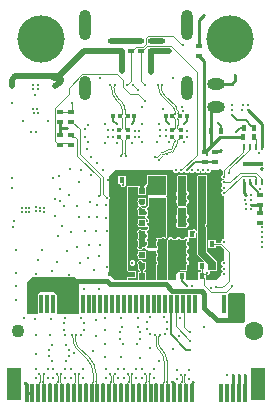
<source format=gbl>
G04*
G04 #@! TF.GenerationSoftware,Altium Limited,Altium Designer,21.2.1 (34)*
G04*
G04 Layer_Physical_Order=4*
G04 Layer_Color=16711680*
%FSLAX25Y25*%
%MOIN*%
G70*
G04*
G04 #@! TF.SameCoordinates,309C0993-0839-4B3B-9E80-2D82E5661E4B*
G04*
G04*
G04 #@! TF.FilePolarity,Positive*
G04*
G01*
G75*
%ADD15C,0.01000*%
%ADD23R,0.01968X0.01772*%
%ADD24R,0.01772X0.01968*%
%ADD28R,0.01575X0.01181*%
%ADD29R,0.01181X0.01575*%
%ADD60C,0.00436*%
%ADD61C,0.00436*%
%ADD68C,0.00500*%
%ADD70C,0.02000*%
%ADD71C,0.00450*%
%ADD72C,0.00350*%
%ADD74C,0.15748*%
%ADD75O,0.03937X0.08263*%
%ADD76O,0.03937X0.10231*%
%ADD77C,0.04331*%
%ADD78C,0.06299*%
%ADD79C,0.01181*%
%ADD80O,0.06000X0.03937*%
%ADD81R,0.06693X0.01181*%
%ADD82R,0.01102X0.02362*%
%ADD83R,0.01181X0.06102*%
%ADD84R,0.04724X0.10827*%
%ADD85C,0.01500*%
G36*
X129330Y113685D02*
Y112372D01*
X129270Y112321D01*
X129212Y112263D01*
X129159Y112200D01*
X129112Y112133D01*
X129071Y112062D01*
X129036Y111988D01*
X129008Y111910D01*
X128987Y111831D01*
X128972Y111750D01*
X128965Y111668D01*
Y111586D01*
X128972Y111504D01*
X128987Y111424D01*
X129008Y111344D01*
X129036Y111267D01*
X129071Y111193D01*
X129112Y111121D01*
X129159Y111054D01*
X129212Y110991D01*
X129270Y110933D01*
X129333Y110880D01*
X129400Y110833D01*
X129471Y110792D01*
X129546Y110758D01*
X129623Y110730D01*
X129701Y110708D01*
X129669Y110703D01*
X129590Y110682D01*
X129513Y110654D01*
X129439Y110619D01*
X129367Y110578D01*
X129300Y110531D01*
X129237Y110478D01*
X129179Y110420D01*
X129126Y110357D01*
X129079Y110290D01*
X129038Y110219D01*
X129004Y110144D01*
X128975Y110067D01*
X128954Y109988D01*
X128940Y109907D01*
X128933Y109825D01*
Y109743D01*
X128940Y109661D01*
X128954Y109580D01*
X128975Y109501D01*
X129004Y109423D01*
X129038Y109349D01*
X129079Y109278D01*
X129126Y109211D01*
X129179Y109148D01*
X129237Y109090D01*
X129300Y109037D01*
X129367Y108990D01*
X129439Y108949D01*
X129513Y108914D01*
X129590Y108886D01*
X129627Y108876D01*
X129584Y108865D01*
X129507Y108837D01*
X129432Y108802D01*
X129361Y108761D01*
X129294Y108714D01*
X129231Y108661D01*
X129173Y108603D01*
X129120Y108540D01*
X129073Y108473D01*
X129032Y108402D01*
X128997Y108327D01*
X128969Y108250D01*
X128948Y108171D01*
X128934Y108090D01*
X128927Y108008D01*
Y107926D01*
X128934Y107844D01*
X128948Y107763D01*
X128969Y107684D01*
X128997Y107607D01*
X129032Y107532D01*
X129073Y107461D01*
X129120Y107394D01*
X129173Y107331D01*
X129231Y107273D01*
X129294Y107220D01*
X129361Y107173D01*
X129432Y107132D01*
X129507Y107097D01*
X129584Y107069D01*
X129630Y107057D01*
X129570Y107040D01*
X129493Y107012D01*
X129418Y106978D01*
X129347Y106937D01*
X129280Y106889D01*
X129217Y106837D01*
X129159Y106779D01*
X129106Y106716D01*
X129059Y106648D01*
X129018Y106577D01*
X128983Y106503D01*
X128955Y106426D01*
X128934Y106346D01*
X128920Y106265D01*
X128912Y106184D01*
Y106102D01*
X128920Y106020D01*
X128934Y105939D01*
X128955Y105859D01*
X128983Y105782D01*
X129018Y105708D01*
X129059Y105637D01*
X129106Y105569D01*
X129159Y105507D01*
X129217Y105448D01*
X129280Y105396D01*
X129347Y105349D01*
X129418Y105307D01*
X129493Y105273D01*
X129570Y105245D01*
X129649Y105223D01*
X129730Y105209D01*
X129812Y105202D01*
X129853D01*
X129853Y90949D01*
X129793D01*
X129711Y90942D01*
X129631Y90928D01*
X129551Y90907D01*
X129474Y90879D01*
X129400Y90844D01*
X129329Y90803D01*
X129261Y90756D01*
X129198Y90703D01*
X129140Y90645D01*
X129087Y90582D01*
X129040Y90515D01*
X128999Y90444D01*
X128965Y90369D01*
X128937Y90292D01*
X128915Y90213D01*
X128901Y90132D01*
X128894Y90050D01*
Y89968D01*
X128901Y89886D01*
X128915Y89805D01*
X128937Y89726D01*
X128958Y89668D01*
X128901Y89671D01*
X127132D01*
Y90429D01*
X124660D01*
Y87761D01*
X127132D01*
Y88519D01*
X128663D01*
X129853Y87328D01*
Y83705D01*
X129793D01*
X129711Y83698D01*
X129631Y83684D01*
X129551Y83663D01*
X129474Y83635D01*
X129400Y83600D01*
X129329Y83559D01*
X129261Y83512D01*
X129198Y83459D01*
X129140Y83401D01*
X129087Y83338D01*
X129040Y83271D01*
X128999Y83200D01*
X128965Y83125D01*
X128937Y83048D01*
X128915Y82969D01*
X128901Y82888D01*
X128894Y82806D01*
Y82724D01*
X128901Y82642D01*
X128915Y82561D01*
X128937Y82482D01*
X128965Y82405D01*
X128999Y82330D01*
X129040Y82259D01*
X129087Y82192D01*
X129140Y82129D01*
X129198Y82071D01*
X129261Y82018D01*
X129329Y81971D01*
X129400Y81930D01*
X129474Y81895D01*
X129551Y81867D01*
X129580Y81859D01*
X129551Y81852D01*
X129474Y81824D01*
X129400Y81789D01*
X129329Y81748D01*
X129261Y81701D01*
X129198Y81648D01*
X129140Y81590D01*
X129087Y81527D01*
X129040Y81460D01*
X128999Y81388D01*
X128965Y81314D01*
X128937Y81237D01*
X128915Y81157D01*
X128901Y81077D01*
X128894Y80995D01*
Y80913D01*
X128901Y80831D01*
X128915Y80750D01*
X128937Y80671D01*
X128965Y80594D01*
X128999Y80519D01*
X129040Y80448D01*
X129087Y80381D01*
X129140Y80318D01*
X129198Y80260D01*
X129261Y80207D01*
X129329Y80160D01*
X129400Y80119D01*
X129474Y80084D01*
X129551Y80056D01*
X129580Y80048D01*
X129551Y80041D01*
X129474Y80013D01*
X129400Y79978D01*
X129329Y79937D01*
X129261Y79890D01*
X129198Y79837D01*
X129140Y79779D01*
X129087Y79716D01*
X129040Y79649D01*
X128999Y79577D01*
X128965Y79503D01*
X128937Y79426D01*
X128915Y79347D01*
X128901Y79266D01*
X128894Y79184D01*
Y79102D01*
X128901Y79020D01*
X128915Y78939D01*
X128937Y78860D01*
X128949Y78826D01*
X127192Y77069D01*
X123785D01*
Y78702D01*
X123803Y78707D01*
X123830Y78718D01*
X123857Y78730D01*
X123883Y78744D01*
X123909Y78758D01*
X123933Y78775D01*
X123939Y78779D01*
X124004Y78768D01*
X124086Y78761D01*
X124168D01*
X124250Y78768D01*
X124331Y78782D01*
X124410Y78803D01*
X124487Y78831D01*
X124562Y78866D01*
X124633Y78907D01*
X124700Y78954D01*
X124763Y79007D01*
X124821Y79065D01*
X124874Y79128D01*
X124921Y79195D01*
X124962Y79267D01*
X124997Y79341D01*
X125025Y79418D01*
X125046Y79497D01*
X125060Y79578D01*
X125067Y79660D01*
Y79742D01*
X125060Y79824D01*
X125046Y79905D01*
X125025Y79984D01*
X124997Y80062D01*
X124962Y80136D01*
X124921Y80207D01*
X124874Y80274D01*
X124873Y80276D01*
X127132D01*
X127178Y80279D01*
X127223Y80288D01*
X127266Y80303D01*
X127307Y80323D01*
X127346Y80348D01*
X127380Y80379D01*
X127410Y80413D01*
X127436Y80451D01*
X127456Y80493D01*
X127471Y80536D01*
X127480Y80581D01*
X127483Y80627D01*
Y83295D01*
X127480Y83341D01*
X127471Y83386D01*
X127456Y83429D01*
X127436Y83471D01*
X127410Y83509D01*
X127380Y83543D01*
X127380Y83543D01*
X124136Y86787D01*
Y94731D01*
X124136Y94739D01*
X124136Y94747D01*
X124134Y94762D01*
X124133Y94777D01*
X124132Y94784D01*
X124131Y94792D01*
X124127Y94807D01*
X124124Y94822D01*
X124122Y94829D01*
X124120Y94837D01*
X124115Y94851D01*
X124110Y94866D01*
X124106Y94872D01*
X124103Y94880D01*
X124096Y94893D01*
X124089Y94907D01*
X124085Y94913D01*
X124081Y94920D01*
X124072Y94932D01*
X124064Y94945D01*
X124059Y94951D01*
X124054Y94957D01*
X124022Y94995D01*
X123992Y95038D01*
X123967Y95082D01*
X123945Y95129D01*
X123927Y95177D01*
X123914Y95227D01*
X123905Y95278D01*
X123900Y95329D01*
Y95380D01*
X123905Y95432D01*
X123914Y95483D01*
X123927Y95532D01*
X123945Y95581D01*
X123967Y95627D01*
X123992Y95672D01*
X124022Y95714D01*
X124054Y95753D01*
X124059Y95759D01*
X124064Y95764D01*
X124072Y95777D01*
X124081Y95790D01*
X124085Y95796D01*
X124089Y95803D01*
X124096Y95816D01*
X124103Y95830D01*
X124106Y95837D01*
X124110Y95844D01*
X124115Y95858D01*
X124120Y95873D01*
X124122Y95880D01*
X124124Y95887D01*
X124127Y95902D01*
X124131Y95917D01*
X124132Y95925D01*
X124133Y95932D01*
X124134Y95948D01*
X124136Y95963D01*
X124136Y95970D01*
X124136Y95978D01*
Y111831D01*
X124133Y111876D01*
X124124Y111921D01*
X124110Y111965D01*
X124089Y112006D01*
X124064Y112044D01*
X124033Y112079D01*
X123999Y112109D01*
X123961Y112134D01*
X123920Y112155D01*
X123876Y112169D01*
X123831Y112178D01*
X123785Y112181D01*
X121314D01*
X121268Y112178D01*
X121223Y112169D01*
X121180Y112155D01*
X121139Y112134D01*
X121100Y112109D01*
X121066Y112079D01*
X121036Y112044D01*
X121010Y112006D01*
X120990Y111965D01*
X120975Y111921D01*
X120966Y111876D01*
X120963Y111831D01*
Y85816D01*
X120966Y85770D01*
X120975Y85725D01*
X120990Y85681D01*
X121000Y85661D01*
X121010Y85640D01*
X121036Y85602D01*
X121066Y85568D01*
X121470Y85163D01*
X121483Y85128D01*
X121518Y85054D01*
X121559Y84983D01*
X121606Y84915D01*
X121659Y84852D01*
X121717Y84794D01*
X121780Y84742D01*
X121847Y84694D01*
X121918Y84654D01*
X121993Y84619D01*
X122028Y84606D01*
X123338Y83295D01*
X121314D01*
Y80627D01*
X122024D01*
Y79728D01*
X121314D01*
Y77069D01*
X117093D01*
Y79728D01*
X114645D01*
X115192Y80276D01*
X117093D01*
X117138Y80279D01*
X117183Y80288D01*
X117227Y80303D01*
X117268Y80323D01*
X117306Y80348D01*
X117341Y80379D01*
X117371Y80413D01*
X117396Y80451D01*
X117417Y80493D01*
X117431Y80536D01*
X117440Y80581D01*
X117443Y80627D01*
Y82012D01*
X117518Y82032D01*
X117595Y82060D01*
X117669Y82094D01*
X117741Y82135D01*
X117808Y82183D01*
X117871Y82235D01*
X117929Y82293D01*
X117982Y82356D01*
X118029Y82424D01*
X118070Y82495D01*
X118105Y82569D01*
X118133Y82646D01*
X118154Y82726D01*
X118168Y82807D01*
X118175Y82888D01*
Y82971D01*
X118168Y83052D01*
X118154Y83133D01*
X118133Y83213D01*
X118105Y83290D01*
X118070Y83364D01*
X118029Y83435D01*
X117982Y83503D01*
X117929Y83565D01*
X117871Y83624D01*
X117808Y83676D01*
X117741Y83723D01*
X117669Y83765D01*
X117595Y83799D01*
X117518Y83827D01*
X117443Y83847D01*
Y84571D01*
X117518Y84591D01*
X117595Y84619D01*
X117669Y84654D01*
X117741Y84694D01*
X117808Y84742D01*
X117871Y84794D01*
X117929Y84852D01*
X117982Y84915D01*
X118029Y84983D01*
X118070Y85054D01*
X118105Y85128D01*
X118133Y85205D01*
X118154Y85285D01*
X118168Y85366D01*
X118175Y85448D01*
Y85530D01*
X118168Y85611D01*
X118154Y85692D01*
X118133Y85772D01*
X118105Y85849D01*
X118070Y85923D01*
X118029Y85994D01*
X117982Y86062D01*
X117929Y86125D01*
X117871Y86183D01*
X117808Y86235D01*
X117741Y86283D01*
X117669Y86324D01*
X117595Y86358D01*
X117518Y86386D01*
X117443Y86406D01*
Y87130D01*
X117518Y87150D01*
X117595Y87178D01*
X117669Y87213D01*
X117741Y87254D01*
X117808Y87301D01*
X117871Y87353D01*
X117929Y87412D01*
X117982Y87475D01*
X118029Y87542D01*
X118070Y87613D01*
X118105Y87687D01*
X118133Y87765D01*
X118154Y87844D01*
X118168Y87925D01*
X118175Y88007D01*
Y88089D01*
X118168Y88170D01*
X118154Y88251D01*
X118133Y88331D01*
X118105Y88408D01*
X118070Y88482D01*
X118029Y88553D01*
X117982Y88621D01*
X117929Y88684D01*
X117871Y88742D01*
X117808Y88794D01*
X117741Y88842D01*
X117669Y88883D01*
X117595Y88917D01*
X117518Y88946D01*
X117443Y88965D01*
Y89689D01*
X117518Y89709D01*
X117595Y89737D01*
X117669Y89772D01*
X117741Y89813D01*
X117808Y89860D01*
X117871Y89912D01*
X117929Y89971D01*
X117982Y90034D01*
X118029Y90101D01*
X118070Y90172D01*
X118105Y90246D01*
X118133Y90324D01*
X118154Y90403D01*
X118168Y90484D01*
X118175Y90566D01*
Y90648D01*
X118168Y90729D01*
X118154Y90810D01*
X118133Y90890D01*
X118105Y90967D01*
X118070Y91041D01*
X118029Y91113D01*
X117982Y91180D01*
X117929Y91243D01*
X117871Y91301D01*
X117808Y91353D01*
X117741Y91401D01*
X117669Y91442D01*
X117595Y91476D01*
X117518Y91505D01*
X117438Y91526D01*
X117358Y91540D01*
X117276Y91547D01*
X117194D01*
X117112Y91540D01*
X117031Y91526D01*
X116952Y91505D01*
X116875Y91476D01*
X116800Y91442D01*
X116729Y91401D01*
X116662Y91353D01*
X116599Y91301D01*
X116541Y91243D01*
X116488Y91180D01*
X116441Y91113D01*
X116400Y91041D01*
X116365Y90967D01*
X116337Y90890D01*
X116316Y90810D01*
X116310Y90780D01*
X115600Y90780D01*
X115595Y90810D01*
X115574Y90890D01*
X115545Y90967D01*
X115511Y91041D01*
X115470Y91113D01*
X115423Y91180D01*
X115370Y91243D01*
X115312Y91301D01*
X115249Y91353D01*
X115182Y91401D01*
X115110Y91442D01*
X115036Y91476D01*
X114959Y91505D01*
X114879Y91526D01*
X114799Y91540D01*
X114717Y91547D01*
X114635D01*
X114553Y91540D01*
X114472Y91526D01*
X114393Y91505D01*
X114315Y91476D01*
X114241Y91442D01*
X114170Y91401D01*
X114103Y91353D01*
X114040Y91301D01*
X113982Y91243D01*
X113929Y91180D01*
X113882Y91113D01*
X113841Y91041D01*
X113806Y90967D01*
X113778Y90890D01*
X113757Y90810D01*
X113751Y90780D01*
X113041Y90780D01*
X113036Y90810D01*
X113014Y90890D01*
X112986Y90967D01*
X112952Y91041D01*
X112911Y91113D01*
X112864Y91180D01*
X112811Y91243D01*
X112753Y91301D01*
X112690Y91353D01*
X112622Y91401D01*
X112551Y91442D01*
X112477Y91476D01*
X112400Y91505D01*
X112320Y91526D01*
X112240Y91540D01*
X112158Y91547D01*
X112076D01*
X111994Y91540D01*
X111913Y91526D01*
X111834Y91505D01*
X111756Y91476D01*
X111682Y91442D01*
X111611Y91401D01*
X111544Y91353D01*
X111481Y91301D01*
X111423Y91243D01*
X111370Y91180D01*
X111323Y91113D01*
X111282Y91041D01*
X111247Y90967D01*
X111219Y90890D01*
X111197Y90810D01*
X111190Y90769D01*
X111184Y90768D01*
X111140Y90753D01*
X111099Y90733D01*
X111061Y90707D01*
X111027Y90677D01*
X110996Y90643D01*
X110971Y90605D01*
X110951Y90563D01*
X110936Y90520D01*
X110927Y90475D01*
X110924Y90429D01*
Y90429D01*
X110924Y77069D01*
X107404D01*
Y82081D01*
X107433Y82094D01*
X107504Y82135D01*
X107572Y82183D01*
X107635Y82235D01*
X107693Y82293D01*
X107745Y82356D01*
X107792Y82424D01*
X107834Y82495D01*
X107868Y82569D01*
X107896Y82646D01*
X107918Y82726D01*
X107932Y82807D01*
X107939Y82888D01*
Y82971D01*
X107932Y83052D01*
X107918Y83133D01*
X107896Y83213D01*
X107868Y83290D01*
X107834Y83364D01*
X107792Y83435D01*
X107745Y83503D01*
X107693Y83565D01*
X107635Y83624D01*
X107572Y83676D01*
X107504Y83723D01*
X107433Y83765D01*
X107404Y83778D01*
Y84640D01*
X107433Y84654D01*
X107504Y84694D01*
X107572Y84742D01*
X107635Y84794D01*
X107693Y84852D01*
X107745Y84915D01*
X107792Y84983D01*
X107834Y85054D01*
X107868Y85128D01*
X107896Y85205D01*
X107918Y85285D01*
X107932Y85366D01*
X107939Y85448D01*
Y85530D01*
X107932Y85611D01*
X107918Y85692D01*
X107896Y85772D01*
X107868Y85849D01*
X107834Y85923D01*
X107792Y85994D01*
X107745Y86062D01*
X107693Y86125D01*
X107635Y86183D01*
X107572Y86235D01*
X107504Y86283D01*
X107433Y86324D01*
X107404Y86337D01*
Y86862D01*
X107401Y86908D01*
X107392Y86953D01*
X107377Y86997D01*
X107357Y87038D01*
X107332Y87076D01*
X107301Y87110D01*
X107301Y87110D01*
X107267Y87141D01*
X107261Y87144D01*
X107282Y87150D01*
X107359Y87178D01*
X107433Y87213D01*
X107504Y87254D01*
X107572Y87301D01*
X107635Y87353D01*
X107693Y87412D01*
X107745Y87475D01*
X107792Y87542D01*
X107834Y87613D01*
X107868Y87687D01*
X107896Y87765D01*
X107918Y87844D01*
X107932Y87925D01*
X107939Y88007D01*
Y88089D01*
X107932Y88170D01*
X107918Y88251D01*
X107896Y88331D01*
X107868Y88408D01*
X107834Y88482D01*
X107792Y88553D01*
X107745Y88621D01*
X107693Y88684D01*
X107635Y88742D01*
X107572Y88794D01*
X107504Y88842D01*
X107433Y88883D01*
X107404Y88896D01*
Y89758D01*
X107433Y89772D01*
X107504Y89813D01*
X107572Y89860D01*
X107635Y89912D01*
X107693Y89971D01*
X107745Y90034D01*
X107792Y90101D01*
X107834Y90172D01*
X107868Y90246D01*
X107896Y90324D01*
X107918Y90403D01*
X107932Y90484D01*
X107939Y90566D01*
Y90648D01*
X107932Y90729D01*
X107918Y90810D01*
X107896Y90890D01*
X107868Y90967D01*
X107864Y90977D01*
X108953D01*
X108961Y90977D01*
X108969Y90977D01*
X108984Y90979D01*
X108999Y90980D01*
X109007Y90981D01*
X109014Y90982D01*
X109029Y90986D01*
X109044Y90989D01*
X109051Y90991D01*
X109059Y90993D01*
X109073Y90999D01*
X109088Y91003D01*
X109095Y91007D01*
X109102Y91010D01*
X109115Y91017D01*
X109129Y91024D01*
X109135Y91028D01*
X109142Y91032D01*
X109154Y91041D01*
X109167Y91049D01*
X109173Y91054D01*
X109179Y91059D01*
X109198Y91075D01*
X109240Y91105D01*
X109285Y91130D01*
X109332Y91152D01*
X109380Y91170D01*
X109430Y91183D01*
X109481Y91192D01*
X109532Y91197D01*
X109583D01*
X109635Y91192D01*
X109685Y91183D01*
X109735Y91170D01*
X109783Y91152D01*
X109830Y91130D01*
X109875Y91105D01*
X109917Y91075D01*
X109936Y91059D01*
X109942Y91054D01*
X109948Y91049D01*
X109961Y91041D01*
X109973Y91032D01*
X109980Y91028D01*
X109986Y91024D01*
X110000Y91017D01*
X110013Y91010D01*
X110021Y91007D01*
X110028Y91003D01*
X110042Y90999D01*
X110056Y90993D01*
X110064Y90991D01*
X110071Y90989D01*
X110086Y90986D01*
X110101Y90982D01*
X110108Y90981D01*
X110116Y90980D01*
X110131Y90979D01*
X110146Y90977D01*
X110154Y90977D01*
X110162Y90977D01*
X110400D01*
X110445Y90980D01*
X110491Y90989D01*
X110534Y91003D01*
X110575Y91024D01*
X110613Y91049D01*
X110648Y91079D01*
X110678Y91114D01*
X110704Y91152D01*
X110724Y91193D01*
X110739Y91237D01*
X110748Y91282D01*
X110750Y91328D01*
Y104697D01*
X110750Y104697D01*
X110748Y104740D01*
X110748Y104743D01*
X110739Y104788D01*
X110724Y104831D01*
X110710Y104859D01*
X110704Y104872D01*
X110678Y104910D01*
X110648Y104945D01*
X110648Y104945D01*
X110648Y104945D01*
X110613Y104975D01*
X110575Y105001D01*
X110554Y105011D01*
X110534Y105021D01*
X110512Y105028D01*
X110490Y105036D01*
X110445Y105045D01*
X110400Y105048D01*
X109783D01*
X109841Y105063D01*
X109918Y105091D01*
X109992Y105126D01*
X110063Y105167D01*
X110131Y105214D01*
X110167Y105245D01*
X110398D01*
X110400Y105245D01*
X110445Y105247D01*
X110491Y105256D01*
X110512Y105264D01*
X110534Y105271D01*
X110555Y105281D01*
X110575Y105291D01*
X110613Y105317D01*
X110648Y105347D01*
X110678Y105382D01*
X110704Y105420D01*
X110714Y105440D01*
X110724Y105461D01*
X110731Y105483D01*
X110739Y105504D01*
X110748Y105549D01*
X110750Y105595D01*
Y111831D01*
X110748Y111876D01*
X110739Y111921D01*
X110724Y111965D01*
X110704Y112006D01*
X110678Y112044D01*
X110648Y112079D01*
X110613Y112109D01*
X110575Y112134D01*
X110534Y112155D01*
X110491Y112169D01*
X110445Y112178D01*
X110400Y112181D01*
X104583D01*
X104582Y112181D01*
X104536Y112179D01*
X104491Y112170D01*
X104469Y112162D01*
X104447Y112155D01*
X104406Y112135D01*
X104368Y112109D01*
X104334Y112079D01*
X104303Y112044D01*
X104278Y112006D01*
X104268Y111986D01*
X104258Y111965D01*
X104250Y111943D01*
X104243Y111922D01*
X104234Y111876D01*
X104231Y111831D01*
X104231Y109456D01*
X104165Y109432D01*
X104091Y109397D01*
X104020Y109356D01*
X103952Y109309D01*
X103889Y109256D01*
X103831Y109198D01*
X103779Y109135D01*
X103732Y109068D01*
X103690Y108996D01*
X103656Y108922D01*
X103628Y108845D01*
X103606Y108766D01*
X103592Y108685D01*
X103586Y108615D01*
X103322D01*
X103276Y108612D01*
X103231Y108603D01*
X103188Y108588D01*
X103146Y108568D01*
X103108Y108542D01*
X103074Y108512D01*
X103043Y108477D01*
X103018Y108439D01*
X102998Y108398D01*
X102983Y108355D01*
X102974Y108310D01*
X102971Y108264D01*
Y108264D01*
X102974Y108218D01*
X102983Y108173D01*
X102998Y108130D01*
X103018Y108088D01*
X103043Y108050D01*
X103074Y108016D01*
X103108Y107985D01*
X103146Y107960D01*
X103188Y107940D01*
X103231Y107925D01*
X103276Y107916D01*
X103322Y107913D01*
X103356D01*
Y105946D01*
X101586D01*
Y107913D01*
X101620D01*
X101666Y107916D01*
X101711Y107925D01*
X101754Y107940D01*
X101796Y107960D01*
X101834Y107985D01*
X101868Y108016D01*
X101899Y108050D01*
X101924Y108088D01*
X101944Y108130D01*
X101959Y108173D01*
X101968Y108218D01*
X101971Y108264D01*
Y108264D01*
X101968Y108310D01*
X101959Y108355D01*
X101944Y108398D01*
X101924Y108439D01*
X101899Y108477D01*
X101868Y108512D01*
X101834Y108542D01*
X101796Y108568D01*
X101754Y108588D01*
X101711Y108603D01*
X101666Y108612D01*
X101620Y108615D01*
X97889D01*
X97843Y108612D01*
X97798Y108603D01*
X97755Y108588D01*
X97713Y108568D01*
X97675Y108542D01*
X97641Y108512D01*
X97610Y108477D01*
X97585Y108439D01*
X97565Y108398D01*
X97550Y108355D01*
X97541Y108310D01*
X97538Y108264D01*
X97538Y80341D01*
X97541Y80295D01*
X97550Y80250D01*
X97565Y80207D01*
X97585Y80166D01*
X97610Y80128D01*
X97641Y80093D01*
X97675Y80063D01*
X97713Y80037D01*
X97755Y80017D01*
X97798Y80002D01*
X97843Y79993D01*
X97889Y79990D01*
X100163D01*
Y78220D01*
X97889D01*
X97843Y78217D01*
X97798Y78208D01*
X97755Y78194D01*
X97713Y78173D01*
X97675Y78148D01*
X97641Y78118D01*
X97610Y78083D01*
X97585Y78045D01*
X97565Y78004D01*
X97550Y77960D01*
X97541Y77915D01*
X97538Y77870D01*
Y77069D01*
X93587D01*
X91600Y79057D01*
X91600Y104233D01*
X91622Y104280D01*
X91650Y104357D01*
X91671Y104436D01*
X91685Y104517D01*
X91693Y104599D01*
Y104681D01*
X91685Y104763D01*
X91671Y104844D01*
X91650Y104923D01*
X91622Y105000D01*
X91600Y105047D01*
Y111937D01*
X93661Y113998D01*
X112937D01*
X112926Y113956D01*
X112911Y113875D01*
X112904Y113793D01*
Y113711D01*
X112911Y113629D01*
X112926Y113548D01*
X112947Y113469D01*
X112975Y113392D01*
X113010Y113317D01*
X113051Y113246D01*
X113098Y113179D01*
X113151Y113116D01*
X113209Y113058D01*
X113271Y113005D01*
X113339Y112958D01*
X113410Y112917D01*
X113484Y112882D01*
X113561Y112854D01*
X113641Y112833D01*
X113722Y112819D01*
X113804Y112811D01*
X113886D01*
X113968Y112819D01*
X114048Y112833D01*
X114128Y112854D01*
X114205Y112882D01*
X114279Y112917D01*
X114350Y112958D01*
X114418Y113005D01*
X114481Y113058D01*
X114539Y113116D01*
X114592Y113179D01*
X114639Y113246D01*
X114680Y113317D01*
X114714Y113392D01*
X114743Y113469D01*
X114750Y113497D01*
X114758Y113469D01*
X114786Y113392D01*
X114821Y113317D01*
X114862Y113246D01*
X114909Y113179D01*
X114962Y113116D01*
X115020Y113058D01*
X115083Y113005D01*
X115150Y112958D01*
X115221Y112917D01*
X115295Y112882D01*
X115373Y112854D01*
X115452Y112833D01*
X115533Y112819D01*
X115615Y112811D01*
X115697D01*
X115779Y112819D01*
X115859Y112833D01*
X115939Y112854D01*
X116016Y112882D01*
X116090Y112917D01*
X116162Y112958D01*
X116229Y113005D01*
X116292Y113058D01*
X116350Y113116D01*
X116402Y113179D01*
X116450Y113246D01*
X116491Y113317D01*
X116525Y113392D01*
X116553Y113469D01*
X116561Y113497D01*
X116569Y113469D01*
X116597Y113392D01*
X116632Y113317D01*
X116673Y113246D01*
X116720Y113179D01*
X116772Y113116D01*
X116831Y113058D01*
X116893Y113005D01*
X116961Y112958D01*
X117032Y112917D01*
X117106Y112882D01*
X117183Y112854D01*
X117263Y112833D01*
X117344Y112819D01*
X117426Y112811D01*
X117508D01*
X117589Y112819D01*
X117670Y112833D01*
X117750Y112854D01*
X117827Y112882D01*
X117901Y112917D01*
X117973Y112958D01*
X118040Y113005D01*
X118103Y113058D01*
X118161Y113116D01*
X118213Y113179D01*
X118261Y113246D01*
X118302Y113317D01*
X118336Y113392D01*
X118365Y113469D01*
X118372Y113497D01*
X118380Y113469D01*
X118408Y113392D01*
X118443Y113317D01*
X118484Y113246D01*
X118531Y113179D01*
X118584Y113116D01*
X118642Y113058D01*
X118704Y113005D01*
X118772Y112958D01*
X118843Y112917D01*
X118917Y112882D01*
X118995Y112854D01*
X119074Y112833D01*
X119155Y112819D01*
X119237Y112811D01*
X119319D01*
X119401Y112819D01*
X119481Y112833D01*
X119561Y112854D01*
X119638Y112882D01*
X119712Y112917D01*
X119783Y112958D01*
X119851Y113005D01*
X119914Y113058D01*
X119972Y113116D01*
X120025Y113179D01*
X120072Y113246D01*
X120113Y113317D01*
X120148Y113392D01*
X120176Y113469D01*
X120183Y113497D01*
X120191Y113469D01*
X120219Y113392D01*
X120254Y113317D01*
X120295Y113246D01*
X120342Y113179D01*
X120395Y113116D01*
X120453Y113058D01*
X120516Y113005D01*
X120583Y112958D01*
X120654Y112917D01*
X120728Y112882D01*
X120806Y112854D01*
X120885Y112833D01*
X120966Y112819D01*
X121048Y112811D01*
X121130D01*
X121212Y112819D01*
X121292Y112833D01*
X121372Y112854D01*
X121449Y112882D01*
X121523Y112917D01*
X121595Y112958D01*
X121662Y113005D01*
X121725Y113058D01*
X121783Y113116D01*
X121836Y113179D01*
X121883Y113246D01*
X121924Y113317D01*
X121958Y113392D01*
X121987Y113469D01*
X121994Y113497D01*
X122002Y113469D01*
X122030Y113392D01*
X122065Y113317D01*
X122106Y113246D01*
X122153Y113179D01*
X122206Y113116D01*
X122264Y113058D01*
X122327Y113005D01*
X122394Y112958D01*
X122465Y112917D01*
X122539Y112882D01*
X122617Y112854D01*
X122696Y112833D01*
X122777Y112819D01*
X122859Y112811D01*
X122941D01*
X123023Y112819D01*
X123103Y112833D01*
X123183Y112854D01*
X123260Y112882D01*
X123334Y112917D01*
X123406Y112958D01*
X123473Y113005D01*
X123536Y113058D01*
X123594Y113116D01*
X123647Y113179D01*
X123694Y113246D01*
X123700Y113256D01*
X123705Y113246D01*
X123752Y113179D01*
X123805Y113116D01*
X123863Y113058D01*
X123926Y113005D01*
X123994Y112958D01*
X124065Y112917D01*
X124139Y112882D01*
X124216Y112854D01*
X124296Y112833D01*
X124377Y112819D01*
X124458Y112811D01*
X124540D01*
X124622Y112819D01*
X124703Y112833D01*
X124783Y112854D01*
X124860Y112882D01*
X124934Y112917D01*
X125005Y112958D01*
X125073Y113005D01*
X125136Y113058D01*
X125194Y113116D01*
X125246Y113179D01*
X125294Y113246D01*
X125335Y113317D01*
X125369Y113392D01*
X125397Y113469D01*
X125419Y113548D01*
X125433Y113629D01*
X125440Y113711D01*
Y113793D01*
X125433Y113875D01*
X125419Y113956D01*
X125407Y113998D01*
X129017D01*
X129330Y113685D01*
D02*
G37*
G36*
X104582Y111831D02*
X110400D01*
Y105595D01*
X110400Y105595D01*
X104582D01*
X104582Y107674D01*
Y104697D01*
Y101778D01*
X104581Y101773D01*
X104580D01*
X104562Y101776D01*
X104481Y101783D01*
X104398D01*
X104317Y101776D01*
X104236Y101762D01*
X104156Y101741D01*
X104079Y101713D01*
X104005Y101678D01*
X103934Y101637D01*
X103866Y101590D01*
X103803Y101537D01*
X103745Y101479D01*
X103693Y101416D01*
X103646Y101349D01*
X103604Y101278D01*
X103570Y101203D01*
X103543Y101130D01*
X102783D01*
X102777Y101130D01*
X102775Y101135D01*
X102757Y101185D01*
X102750Y101203D01*
X102744Y101217D01*
X102744Y101217D01*
X102722Y101264D01*
X102722Y101264D01*
X102716Y101278D01*
X102708Y101291D01*
X102708Y101291D01*
X102694Y101314D01*
X102674Y101349D01*
X102640Y101397D01*
X102636Y101403D01*
X102627Y101416D01*
X102618Y101428D01*
X102617Y101428D01*
X102594Y101455D01*
X102575Y101479D01*
X102516Y101537D01*
X102485Y101563D01*
X102465Y101580D01*
X102465Y101580D01*
X102453Y101590D01*
X102441Y101599D01*
X102441Y101599D01*
X102432Y101605D01*
X102386Y101637D01*
X102373Y101645D01*
X102373Y101645D01*
X102360Y101652D01*
X102315Y101678D01*
X102301Y101684D01*
X102301Y101684D01*
X102255Y101706D01*
X102255Y101706D01*
X102241Y101713D01*
X102226Y101718D01*
X102226Y101718D01*
X102178Y101735D01*
X102178Y101735D01*
X102164Y101741D01*
X102084Y101762D01*
X102003Y101776D01*
X101988Y101778D01*
X101988D01*
X101957Y101780D01*
X101921Y101783D01*
X101839D01*
X101794Y101779D01*
X101773Y101778D01*
X101773D01*
X101758Y101776D01*
X101677Y101762D01*
X101597Y101741D01*
X101583Y101735D01*
X101583Y101735D01*
X101534Y101718D01*
X101534Y101718D01*
X101520Y101713D01*
X101506Y101706D01*
X101506Y101706D01*
X101460Y101684D01*
X101460Y101684D01*
X101446Y101678D01*
X101433Y101670D01*
X101432Y101670D01*
X101409Y101657D01*
X101375Y101637D01*
X101326Y101603D01*
X101320Y101599D01*
X101307Y101590D01*
X101296Y101580D01*
X101295Y101580D01*
X101268Y101557D01*
X101244Y101537D01*
X101234Y101526D01*
X101197Y101490D01*
X101186Y101479D01*
X101160Y101447D01*
X101143Y101428D01*
X101143Y101428D01*
X101134Y101416D01*
X101125Y101403D01*
X101125Y101403D01*
X101119Y101395D01*
X101086Y101349D01*
X101079Y101335D01*
X101079Y101335D01*
X101071Y101323D01*
X101045Y101278D01*
X101039Y101264D01*
X101039Y101264D01*
X101017Y101217D01*
X101017Y101217D01*
X101011Y101203D01*
X101005Y101189D01*
X101005Y101189D01*
X100988Y101140D01*
X100988Y101140D01*
X100983Y101126D01*
X100961Y101047D01*
X100947Y100966D01*
X100946Y100950D01*
Y100950D01*
X100943Y100919D01*
X100940Y100884D01*
Y100869D01*
Y100817D01*
Y100802D01*
X100944Y100756D01*
X100946Y100735D01*
Y100735D01*
X100947Y100720D01*
X100961Y100639D01*
X100983Y100560D01*
X100988Y100545D01*
X100988Y100545D01*
X101005Y100497D01*
X101005Y100497D01*
X101011Y100483D01*
X101017Y100469D01*
X101017Y100469D01*
X101039Y100422D01*
X101039Y100422D01*
X101045Y100408D01*
X101053Y100395D01*
X101053Y100395D01*
X101067Y100371D01*
X101086Y100337D01*
X101121Y100288D01*
X101125Y100282D01*
X101134Y100270D01*
X101143Y100258D01*
X101143Y100258D01*
X101177Y100219D01*
X101177Y100218D01*
X101186Y100207D01*
X101197Y100196D01*
X101197Y100196D01*
X101227Y100166D01*
X101234Y100158D01*
X101235Y100146D01*
Y98812D01*
Y98461D01*
X103510D01*
X103516Y98461D01*
X103516Y98461D01*
X103506Y98407D01*
X103499Y98325D01*
Y98243D01*
X103506Y98161D01*
X103520Y98080D01*
X103542Y98001D01*
X103570Y97923D01*
X103604Y97849D01*
X103646Y97778D01*
X103693Y97711D01*
X103745Y97648D01*
X103803Y97590D01*
X103866Y97537D01*
X103934Y97490D01*
X104005Y97449D01*
X104079Y97414D01*
X104156Y97386D01*
X104236Y97365D01*
X104317Y97350D01*
X104398Y97343D01*
X104481D01*
X104562Y97350D01*
X104580Y97354D01*
X104581D01*
X104582Y97348D01*
Y96661D01*
X104581Y96655D01*
X104580D01*
X104562Y96658D01*
X104481Y96665D01*
X104398D01*
X104317Y96658D01*
X104236Y96644D01*
X104156Y96623D01*
X104079Y96595D01*
X104005Y96560D01*
X103934Y96519D01*
X103866Y96472D01*
X103803Y96419D01*
X103745Y96361D01*
X103707Y96315D01*
Y96323D01*
X103707Y96326D01*
Y97212D01*
Y97563D01*
X101235D01*
Y97212D01*
Y96421D01*
X101234Y96410D01*
X101227Y96402D01*
X101197Y96372D01*
X101197Y96372D01*
X101186Y96361D01*
X101177Y96349D01*
X101143Y96310D01*
X101143Y96310D01*
X101134Y96298D01*
X101125Y96285D01*
X101125Y96285D01*
X101119Y96277D01*
X101086Y96231D01*
X101079Y96217D01*
X101079Y96217D01*
X101071Y96205D01*
X101045Y96159D01*
X101039Y96146D01*
X101039Y96146D01*
X101017Y96099D01*
X101017Y96099D01*
X101011Y96085D01*
X101005Y96071D01*
X101005Y96071D01*
X100988Y96022D01*
X100988Y96022D01*
X100983Y96008D01*
X100961Y95929D01*
X100947Y95848D01*
X100946Y95832D01*
Y95832D01*
X100943Y95801D01*
X100940Y95766D01*
Y95750D01*
Y95699D01*
Y95684D01*
X100944Y95638D01*
X100946Y95617D01*
Y95617D01*
X100947Y95602D01*
X100961Y95521D01*
X100983Y95442D01*
X100988Y95427D01*
X100988Y95427D01*
X101005Y95379D01*
X101005Y95379D01*
X101011Y95364D01*
X101017Y95351D01*
X101017Y95350D01*
X101039Y95304D01*
X101039Y95304D01*
X101045Y95290D01*
X101053Y95277D01*
X101053Y95277D01*
X101067Y95253D01*
X101086Y95219D01*
X101121Y95170D01*
X101125Y95164D01*
X101134Y95152D01*
X101143Y95140D01*
X101143Y95140D01*
X101177Y95100D01*
X101177Y95100D01*
X101186Y95089D01*
X101197Y95078D01*
X101197Y95078D01*
X101227Y95048D01*
X101235Y95039D01*
X101235Y95039D01*
X101235Y95039D01*
X101235Y95039D01*
X101235Y95039D01*
X101235Y95038D01*
Y94894D01*
X101435D01*
X101437Y94894D01*
X101438Y94893D01*
X101443Y94891D01*
X101446Y94890D01*
X101492Y94868D01*
X101520Y94855D01*
X101534Y94850D01*
X101534Y94850D01*
X101583Y94832D01*
X101583Y94832D01*
X101597Y94827D01*
X101677Y94806D01*
X101758Y94791D01*
X101773Y94790D01*
X101773D01*
X101804Y94787D01*
X101839Y94784D01*
X101921D01*
X101967Y94788D01*
X101988Y94790D01*
X101988D01*
X102003Y94791D01*
X102084Y94806D01*
X102164Y94827D01*
X102178Y94832D01*
X102178Y94832D01*
X102226Y94850D01*
X102226Y94850D01*
X102241Y94855D01*
X102255Y94861D01*
X102255Y94862D01*
X102315Y94890D01*
X102318Y94891D01*
X102322Y94893D01*
X102324Y94894D01*
X102335Y94894D01*
X103707D01*
Y95134D01*
X103707Y95135D01*
X103745Y95089D01*
X103803Y95031D01*
X103866Y94978D01*
X103934Y94931D01*
X104005Y94890D01*
X104079Y94855D01*
X104156Y94827D01*
X104236Y94806D01*
X104317Y94791D01*
X104398Y94784D01*
X104481D01*
X104562Y94791D01*
X104580Y94794D01*
X104581D01*
X104582Y94789D01*
Y94101D01*
X104581Y94096D01*
X104580D01*
X104562Y94099D01*
X104481Y94106D01*
X104398D01*
X104317Y94099D01*
X104236Y94085D01*
X104156Y94064D01*
X104079Y94036D01*
X104005Y94001D01*
X103934Y93960D01*
X103866Y93913D01*
X103803Y93860D01*
X103745Y93802D01*
X103707Y93756D01*
X103707Y93756D01*
Y93996D01*
X102335D01*
X102324Y93997D01*
X102322Y93997D01*
X102318Y93999D01*
X102315Y94001D01*
X102269Y94023D01*
X102241Y94036D01*
X102226Y94041D01*
X102226Y94041D01*
X102178Y94058D01*
X102178Y94058D01*
X102164Y94064D01*
X102084Y94085D01*
X102003Y94099D01*
X101988Y94100D01*
X101988D01*
X101957Y94103D01*
X101921Y94106D01*
X101839D01*
X101794Y94102D01*
X101773Y94100D01*
X101773D01*
X101758Y94099D01*
X101677Y94085D01*
X101597Y94064D01*
X101583Y94058D01*
X101583Y94058D01*
X101534Y94041D01*
X101534Y94041D01*
X101520Y94036D01*
X101506Y94029D01*
X101506Y94029D01*
X101446Y94001D01*
X101443Y93999D01*
X101438Y93997D01*
X101437Y93997D01*
X101435Y93996D01*
X101235D01*
Y93852D01*
X101235Y93852D01*
X101235Y93851D01*
X101227Y93843D01*
X101197Y93813D01*
X101197Y93813D01*
X101186Y93802D01*
X101177Y93790D01*
X101143Y93751D01*
X101143Y93751D01*
X101134Y93739D01*
X101125Y93726D01*
X101125Y93726D01*
X101119Y93718D01*
X101086Y93672D01*
X101079Y93658D01*
X101079Y93658D01*
X101071Y93646D01*
X101045Y93600D01*
X101039Y93586D01*
X101039Y93586D01*
X101017Y93540D01*
X101017Y93540D01*
X101011Y93526D01*
X101005Y93512D01*
X101005Y93512D01*
X100988Y93463D01*
X100988Y93463D01*
X100983Y93449D01*
X100961Y93370D01*
X100947Y93289D01*
X100946Y93273D01*
Y93273D01*
X100943Y93242D01*
X100940Y93207D01*
Y93191D01*
Y93140D01*
Y93125D01*
X100944Y93079D01*
X100946Y93058D01*
Y93058D01*
X100947Y93043D01*
X100961Y92962D01*
X100983Y92883D01*
X100988Y92868D01*
X100988Y92868D01*
X101005Y92820D01*
X101005Y92820D01*
X101011Y92805D01*
X101017Y92792D01*
X101017Y92791D01*
X101039Y92745D01*
X101039Y92745D01*
X101045Y92731D01*
X101053Y92718D01*
X101053Y92718D01*
X101067Y92694D01*
X101086Y92660D01*
X101121Y92611D01*
X101125Y92605D01*
X101134Y92593D01*
X101143Y92581D01*
X101143Y92581D01*
X101177Y92541D01*
X101177Y92541D01*
X101186Y92530D01*
X101197Y92519D01*
X101197Y92519D01*
X101227Y92489D01*
X101234Y92480D01*
X101235Y92469D01*
Y91491D01*
Y91328D01*
X101276D01*
X101270Y91323D01*
X101268Y91320D01*
X101256Y91311D01*
X101256Y91311D01*
X101244Y91301D01*
X101186Y91243D01*
X101160Y91211D01*
X101143Y91192D01*
X101143Y91192D01*
X101134Y91180D01*
X101125Y91167D01*
X101125Y91167D01*
X101119Y91159D01*
X101086Y91113D01*
X101079Y91099D01*
X101079Y91099D01*
X101071Y91087D01*
X101045Y91041D01*
X101039Y91027D01*
X101039Y91027D01*
X101017Y90981D01*
X101017Y90981D01*
X101011Y90967D01*
X101005Y90953D01*
X101005Y90953D01*
X100988Y90904D01*
X100988Y90904D01*
X100983Y90890D01*
X100961Y90810D01*
X100947Y90729D01*
X100946Y90714D01*
Y90714D01*
X100943Y90683D01*
X100940Y90648D01*
Y90632D01*
Y90581D01*
Y90566D01*
X100944Y90520D01*
X100946Y90499D01*
Y90499D01*
X100947Y90484D01*
X100961Y90403D01*
X100983Y90324D01*
X100988Y90309D01*
X100988Y90309D01*
X101005Y90261D01*
X101005Y90261D01*
X101011Y90246D01*
X101017Y90232D01*
X101017Y90232D01*
X101039Y90186D01*
X101039Y90186D01*
X101045Y90172D01*
X101053Y90159D01*
X101053Y90159D01*
X101067Y90135D01*
X101086Y90101D01*
X101121Y90052D01*
X101125Y90046D01*
X101134Y90034D01*
X101143Y90022D01*
X101143Y90022D01*
X101177Y89982D01*
X101177Y89982D01*
X101186Y89971D01*
X101197Y89960D01*
X101197Y89960D01*
X101227Y89930D01*
X101234Y89921D01*
X101235Y89910D01*
Y88744D01*
X101234Y88733D01*
X101227Y88724D01*
X101197Y88695D01*
X101197Y88694D01*
X101186Y88684D01*
X101177Y88672D01*
X101143Y88633D01*
X101143Y88632D01*
X101134Y88621D01*
X101125Y88608D01*
X101125Y88608D01*
X101119Y88599D01*
X101086Y88553D01*
X101079Y88540D01*
X101079Y88540D01*
X101071Y88527D01*
X101045Y88482D01*
X101039Y88468D01*
X101039Y88468D01*
X101017Y88422D01*
X101017Y88422D01*
X101011Y88408D01*
X101005Y88394D01*
X101005Y88393D01*
X100988Y88345D01*
X100988Y88345D01*
X100983Y88331D01*
X100961Y88251D01*
X100947Y88170D01*
X100946Y88155D01*
Y88155D01*
X100943Y88124D01*
X100940Y88089D01*
Y88073D01*
Y88022D01*
Y88007D01*
X100944Y87961D01*
X100946Y87940D01*
Y87940D01*
X100947Y87925D01*
X100961Y87844D01*
X100983Y87765D01*
X100988Y87750D01*
X100988Y87750D01*
X101005Y87702D01*
X101005Y87702D01*
X101011Y87687D01*
X101017Y87673D01*
X101017Y87673D01*
X101039Y87627D01*
X101039Y87627D01*
X101045Y87613D01*
X101053Y87600D01*
X101053Y87600D01*
X101067Y87576D01*
X101086Y87542D01*
X101121Y87493D01*
X101125Y87487D01*
X101134Y87475D01*
X101143Y87463D01*
X101143Y87463D01*
X101167Y87435D01*
X101186Y87412D01*
X101197Y87401D01*
X101234Y87364D01*
X101244Y87353D01*
X101276Y87327D01*
X101296Y87311D01*
X101296Y87310D01*
X101307Y87301D01*
X101320Y87292D01*
X101320Y87292D01*
X101329Y87286D01*
X101375Y87254D01*
X101388Y87246D01*
X101388Y87246D01*
X101401Y87239D01*
X101446Y87213D01*
X101460Y87206D01*
X101460Y87206D01*
X101506Y87184D01*
X101506Y87184D01*
X101520Y87178D01*
X101534Y87173D01*
X101534Y87173D01*
X101583Y87155D01*
X101583Y87155D01*
X101597Y87150D01*
X101677Y87129D01*
X101758Y87114D01*
X101773Y87113D01*
X101773D01*
X101804Y87110D01*
X101839Y87107D01*
X101921D01*
X101967Y87111D01*
X101988Y87113D01*
X101988D01*
X102003Y87114D01*
X102084Y87129D01*
X102164Y87150D01*
X102178Y87155D01*
X102178Y87155D01*
X102226Y87173D01*
X102226Y87173D01*
X102241Y87178D01*
X102255Y87184D01*
X102255Y87184D01*
X102301Y87206D01*
X102301Y87206D01*
X102315Y87213D01*
X102328Y87220D01*
X102328Y87220D01*
X102352Y87234D01*
X102386Y87254D01*
X102435Y87288D01*
X102441Y87292D01*
X102453Y87301D01*
X102465Y87311D01*
X102465Y87311D01*
X102493Y87334D01*
X102516Y87353D01*
X102575Y87412D01*
X102601Y87443D01*
X102618Y87463D01*
X102618Y87463D01*
X102627Y87475D01*
X102636Y87487D01*
X102636Y87487D01*
X102642Y87496D01*
X102674Y87542D01*
X102682Y87555D01*
X102682Y87555D01*
X102690Y87568D01*
X102716Y87613D01*
X102722Y87627D01*
X102722Y87627D01*
X102744Y87673D01*
X102744Y87673D01*
X102750Y87687D01*
X102755Y87702D01*
X102755Y87702D01*
X102775Y87754D01*
X102775Y87755D01*
X102777Y87760D01*
X102783Y87761D01*
X103543D01*
X103570Y87687D01*
X103604Y87613D01*
X103646Y87542D01*
X103693Y87475D01*
X103745Y87412D01*
X103803Y87353D01*
X103866Y87301D01*
X103934Y87254D01*
X104005Y87213D01*
X104079Y87178D01*
X104156Y87150D01*
X104236Y87129D01*
X104317Y87114D01*
X104398Y87107D01*
X104481D01*
X104562Y87114D01*
X104582Y87118D01*
Y86862D01*
X107053D01*
X107053Y86862D01*
Y77060D01*
X103707D01*
Y79728D01*
X103072D01*
Y79965D01*
X103087Y79978D01*
X103111Y79997D01*
X103169Y80055D01*
X103195Y80087D01*
X103212Y80107D01*
X103212Y80107D01*
X103222Y80118D01*
X103231Y80131D01*
X103231Y80131D01*
X103237Y80140D01*
X103269Y80186D01*
X103277Y80199D01*
X103277Y80199D01*
X103284Y80212D01*
X103310Y80257D01*
X103316Y80271D01*
X103316Y80271D01*
X103338Y80317D01*
X103338Y80317D01*
X103345Y80331D01*
X103350Y80346D01*
X103350Y80346D01*
X103367Y80394D01*
X103368Y80394D01*
X103373Y80408D01*
X103394Y80488D01*
X103408Y80569D01*
X103410Y80584D01*
Y80584D01*
X103413Y80621D01*
X103414Y80626D01*
X103415Y80627D01*
X103707D01*
Y83295D01*
X102759D01*
X102755Y83296D01*
X102748D01*
X102745Y83302D01*
X102743Y83306D01*
X102716Y83364D01*
X102708Y83377D01*
X102708Y83377D01*
X102682Y83422D01*
X102682Y83422D01*
X102674Y83435D01*
X102640Y83484D01*
X102636Y83490D01*
X102627Y83503D01*
X102618Y83514D01*
X102617Y83514D01*
X102594Y83542D01*
X102575Y83565D01*
X102516Y83624D01*
X102485Y83650D01*
X102465Y83666D01*
X102465Y83667D01*
X102453Y83676D01*
X102441Y83685D01*
X102441Y83685D01*
X102432Y83691D01*
X102386Y83723D01*
X102373Y83731D01*
X102373Y83731D01*
X102360Y83738D01*
X102315Y83765D01*
X102301Y83771D01*
X102301Y83771D01*
X102255Y83793D01*
X102255Y83793D01*
X102241Y83799D01*
X102226Y83805D01*
X102226Y83805D01*
X102178Y83822D01*
X102178Y83822D01*
X102164Y83827D01*
X102084Y83849D01*
X102003Y83863D01*
X101988Y83864D01*
X101988D01*
X101957Y83867D01*
X101921Y83870D01*
X101839D01*
X101794Y83866D01*
X101773Y83864D01*
X101773D01*
X101758Y83863D01*
X101677Y83849D01*
X101597Y83827D01*
X101583Y83822D01*
X101583Y83822D01*
X101534Y83805D01*
X101534Y83805D01*
X101520Y83799D01*
X101506Y83793D01*
X101506Y83793D01*
X101460Y83771D01*
X101460Y83771D01*
X101446Y83765D01*
X101433Y83757D01*
X101432Y83757D01*
X101409Y83743D01*
X101375Y83723D01*
X101326Y83689D01*
X101320Y83685D01*
X101307Y83676D01*
X101296Y83666D01*
X101295Y83666D01*
X101268Y83643D01*
X101244Y83624D01*
X101234Y83613D01*
X101197Y83576D01*
X101186Y83565D01*
X101160Y83534D01*
X101143Y83514D01*
X101143Y83514D01*
X101134Y83503D01*
X101125Y83490D01*
X101125Y83490D01*
X101119Y83481D01*
X101086Y83435D01*
X101079Y83422D01*
X101079Y83422D01*
X101071Y83409D01*
X101045Y83364D01*
X101039Y83350D01*
X101039Y83350D01*
X101017Y83304D01*
X101017Y83304D01*
X101011Y83290D01*
X101005Y83276D01*
X101005Y83275D01*
X100988Y83227D01*
X100988Y83227D01*
X100983Y83213D01*
X100961Y83133D01*
X100947Y83052D01*
X100946Y83037D01*
Y83037D01*
X100943Y83006D01*
X100940Y82971D01*
Y82955D01*
Y82904D01*
Y82888D01*
X100944Y82843D01*
X100946Y82822D01*
Y82822D01*
X100947Y82807D01*
X100961Y82726D01*
X100983Y82646D01*
X100988Y82632D01*
X100988Y82632D01*
X101005Y82584D01*
X101005Y82584D01*
X101011Y82569D01*
X101017Y82555D01*
X101017Y82555D01*
X101039Y82509D01*
X101039Y82509D01*
X101045Y82495D01*
X101053Y82481D01*
X101053Y82481D01*
X101067Y82458D01*
X101086Y82424D01*
X101121Y82375D01*
X101125Y82369D01*
X101134Y82356D01*
X101143Y82345D01*
X101143Y82345D01*
X101177Y82305D01*
X101177Y82305D01*
X101186Y82293D01*
X101197Y82283D01*
X101197Y82283D01*
X101227Y82253D01*
X101234Y82244D01*
X101235Y82233D01*
Y80974D01*
Y80627D01*
X101535D01*
X101536Y80626D01*
X101537Y80621D01*
X101540Y80584D01*
Y80584D01*
X101541Y80569D01*
X101556Y80488D01*
X101577Y80408D01*
X101582Y80394D01*
X101582Y80394D01*
X101600Y80346D01*
X101600Y80346D01*
X101605Y80331D01*
X101612Y80317D01*
X101612Y80317D01*
X101633Y80271D01*
X101633Y80271D01*
X101640Y80257D01*
X101647Y80243D01*
X101647Y80243D01*
X101661Y80220D01*
X101681Y80186D01*
X101715Y80137D01*
X101719Y80131D01*
X101728Y80118D01*
X101738Y80107D01*
X101738Y80107D01*
X101761Y80079D01*
X101781Y80055D01*
X101792Y80045D01*
X101828Y80008D01*
X101839Y79997D01*
X101870Y79971D01*
Y79728D01*
X101235D01*
Y79378D01*
Y77069D01*
Y77060D01*
X97889Y77060D01*
Y77858D01*
X97889Y77869D01*
X97900Y77870D01*
X100514D01*
Y80341D01*
X97900D01*
X97889Y80342D01*
X97889Y80353D01*
X97889Y108252D01*
X97889Y108263D01*
X97900Y108264D01*
X101609D01*
X101609Y108264D01*
X101609Y108264D01*
X101235D01*
Y107913D01*
Y105946D01*
Y105595D01*
X103707D01*
Y108264D01*
X103333D01*
X103333Y108264D01*
X103333Y108264D01*
X104582D01*
X104582Y111831D01*
X104582Y111831D01*
D02*
G37*
G36*
X101957Y101428D02*
X102008Y101419D01*
X102058Y101406D01*
X102106Y101388D01*
X102153Y101366D01*
X102198Y101341D01*
X102240Y101311D01*
X102279Y101278D01*
X102316Y101242D01*
X102349Y101202D01*
X102378Y101160D01*
X102404Y101115D01*
X102426Y101069D01*
X102447Y101010D01*
X102450Y101003D01*
X102453Y100996D01*
X102460Y100982D01*
X102466Y100968D01*
X102470Y100961D01*
X102473Y100954D01*
X102482Y100942D01*
X102490Y100929D01*
X102494Y100923D01*
X102499Y100916D01*
X102509Y100905D01*
X102518Y100893D01*
X102524Y100888D01*
X102529Y100882D01*
X102540Y100872D01*
X102551Y100861D01*
X102558Y100857D01*
X102563Y100852D01*
X102576Y100843D01*
X102588Y100834D01*
X102595Y100830D01*
X102602Y100826D01*
X102615Y100819D01*
X102629Y100812D01*
X102636Y100809D01*
X102643Y100806D01*
X102657Y100801D01*
X102671Y100795D01*
X102679Y100794D01*
X102686Y100791D01*
X102701Y100788D01*
X102716Y100785D01*
X102724Y100784D01*
X102731Y100782D01*
X102746Y100781D01*
X102762Y100779D01*
X102769Y100780D01*
X102777Y100779D01*
X103501D01*
X103506Y100720D01*
X103520Y100639D01*
X103542Y100560D01*
X103570Y100483D01*
X103604Y100408D01*
X103646Y100337D01*
X103693Y100270D01*
X103745Y100207D01*
X103803Y100149D01*
X103866Y100096D01*
X103934Y100049D01*
X104005Y100008D01*
X104079Y99973D01*
X104156Y99945D01*
X104231Y99925D01*
Y99202D01*
X104156Y99182D01*
X104079Y99154D01*
X104005Y99119D01*
X103934Y99078D01*
X103866Y99031D01*
X103803Y98978D01*
X103745Y98920D01*
X103693Y98857D01*
X103646Y98790D01*
X103644Y98787D01*
X103635Y98790D01*
X103621Y98796D01*
X103614Y98798D01*
X103606Y98800D01*
X103591Y98803D01*
X103577Y98807D01*
X103569Y98808D01*
X103561Y98809D01*
X103546Y98810D01*
X103531Y98812D01*
X103523Y98812D01*
X103516Y98812D01*
X101586D01*
Y100158D01*
X101583Y100204D01*
X101574Y100249D01*
X101559Y100292D01*
X101539Y100333D01*
X101513Y100372D01*
X101483Y100406D01*
X101483Y100406D01*
X101445Y100444D01*
X101412Y100483D01*
X101383Y100526D01*
X101357Y100570D01*
X101335Y100617D01*
X101317Y100665D01*
X101304Y100715D01*
X101295Y100766D01*
X101291Y100817D01*
Y100869D01*
X101295Y100920D01*
X101304Y100971D01*
X101317Y101020D01*
X101335Y101069D01*
X101357Y101115D01*
X101383Y101160D01*
X101412Y101202D01*
X101445Y101242D01*
X101482Y101278D01*
X101521Y101311D01*
X101563Y101341D01*
X101608Y101366D01*
X101654Y101388D01*
X101703Y101406D01*
X101753Y101419D01*
X101803Y101428D01*
X101855Y101433D01*
X101906D01*
X101957Y101428D01*
D02*
G37*
G36*
X103356Y96315D02*
X103357Y96300D01*
X103357Y96284D01*
X103359Y96277D01*
X103359Y96269D01*
X103362Y96254D01*
X103364Y96239D01*
X103366Y96232D01*
X103368Y96224D01*
X103373Y96210D01*
X103377Y96195D01*
X103380Y96188D01*
X103383Y96181D01*
X103390Y96167D01*
X103396Y96153D01*
X103400Y96146D01*
X103403Y96139D01*
X103411Y96127D01*
X103419Y96114D01*
X103424Y96108D01*
X103428Y96101D01*
X103439Y96090D01*
X103448Y96078D01*
X103454Y96073D01*
X103459Y96067D01*
X103470Y96057D01*
X103481Y96046D01*
X103488Y96042D01*
X103493Y96037D01*
X103506Y96028D01*
X103518Y96019D01*
X103525Y96015D01*
X103531Y96011D01*
X103541Y96006D01*
X103520Y95929D01*
X103506Y95848D01*
X103499Y95766D01*
Y95684D01*
X103506Y95602D01*
X103520Y95521D01*
X103541Y95443D01*
X103531Y95438D01*
X103525Y95434D01*
X103518Y95430D01*
X103506Y95421D01*
X103493Y95413D01*
X103488Y95408D01*
X103481Y95403D01*
X103470Y95393D01*
X103459Y95383D01*
X103454Y95377D01*
X103448Y95372D01*
X103439Y95360D01*
X103428Y95348D01*
X103424Y95342D01*
X103419Y95336D01*
X103411Y95323D01*
X103403Y95310D01*
X103400Y95303D01*
X103396Y95297D01*
X103390Y95283D01*
X103383Y95269D01*
X103380Y95262D01*
X103377Y95255D01*
X103375Y95245D01*
X102323D01*
X102278Y95242D01*
X102251Y95237D01*
X102233Y95233D01*
X102233Y95233D01*
X102189Y95218D01*
X102169Y95209D01*
X102167Y95208D01*
X102167Y95208D01*
X102106Y95179D01*
X102058Y95162D01*
X102008Y95148D01*
X101957Y95139D01*
X101906Y95135D01*
X101855D01*
X101803Y95139D01*
X101753Y95148D01*
X101703Y95162D01*
X101655Y95179D01*
X101594Y95208D01*
X101593Y95208D01*
X101591Y95209D01*
X101572Y95218D01*
X101528Y95233D01*
X101528Y95233D01*
X101528D01*
X101527Y95234D01*
X101513Y95253D01*
X101483Y95288D01*
X101483Y95288D01*
X101445Y95326D01*
X101412Y95365D01*
X101383Y95408D01*
X101357Y95452D01*
X101335Y95499D01*
X101317Y95547D01*
X101304Y95597D01*
X101295Y95648D01*
X101291Y95699D01*
Y95750D01*
X101295Y95802D01*
X101304Y95853D01*
X101317Y95902D01*
X101335Y95951D01*
X101357Y95997D01*
X101383Y96042D01*
X101412Y96084D01*
X101445Y96124D01*
X101483Y96162D01*
X101513Y96196D01*
X101539Y96234D01*
X101549Y96255D01*
X101559Y96275D01*
X101574Y96319D01*
X101583Y96364D01*
X101586Y96410D01*
Y97212D01*
X103356D01*
Y96315D01*
D02*
G37*
G36*
X110400Y104697D02*
X110400Y104697D01*
Y91328D01*
X110162D01*
X110131Y91353D01*
X110063Y91401D01*
X109992Y91442D01*
X109918Y91476D01*
X109841Y91505D01*
X109761Y91526D01*
X109680Y91540D01*
X109599Y91547D01*
X109517D01*
X109435Y91540D01*
X109354Y91526D01*
X109274Y91505D01*
X109197Y91476D01*
X109123Y91442D01*
X109052Y91401D01*
X108984Y91353D01*
X108953Y91328D01*
X107053D01*
X107053Y91328D01*
Y87761D01*
X104582D01*
Y93745D01*
X104597Y93746D01*
X104612Y93746D01*
X104620Y93748D01*
X104627Y93748D01*
X104642Y93751D01*
X104657Y93753D01*
X104665Y93755D01*
X104672Y93757D01*
X104687Y93762D01*
X104701Y93766D01*
X104709Y93769D01*
X104716Y93772D01*
X104730Y93778D01*
X104744Y93785D01*
X104750Y93788D01*
X104757Y93792D01*
X104770Y93800D01*
X104783Y93808D01*
X104789Y93813D01*
X104795Y93817D01*
X104807Y93827D01*
X104818Y93837D01*
X104824Y93843D01*
X104830Y93848D01*
X104840Y93859D01*
X104850Y93870D01*
X104855Y93876D01*
X104860Y93882D01*
X104868Y93895D01*
X104877Y93907D01*
X104881Y93914D01*
X104885Y93920D01*
X104892Y93934D01*
X104900Y93947D01*
X104902Y93955D01*
X104906Y93962D01*
X104911Y93976D01*
X104916Y93990D01*
X104918Y93998D01*
X104920Y94005D01*
X104923Y94020D01*
X104927Y94035D01*
X104928Y94042D01*
X104929Y94050D01*
X104930Y94065D01*
X104932Y94080D01*
X104932Y94088D01*
X104932Y94096D01*
Y94795D01*
X104932Y94802D01*
X104932Y94810D01*
X104930Y94825D01*
X104929Y94841D01*
X104928Y94848D01*
X104927Y94856D01*
X104923Y94871D01*
X104920Y94885D01*
X104918Y94893D01*
X104916Y94900D01*
X104911Y94915D01*
X104906Y94929D01*
X104902Y94936D01*
X104900Y94943D01*
X104892Y94956D01*
X104885Y94970D01*
X104881Y94977D01*
X104877Y94983D01*
X104868Y94996D01*
X104860Y95008D01*
X104855Y95014D01*
X104850Y95020D01*
X104840Y95031D01*
X104830Y95043D01*
X104824Y95048D01*
X104818Y95053D01*
X104807Y95063D01*
X104795Y95073D01*
X104789Y95077D01*
X104783Y95082D01*
X104770Y95090D01*
X104757Y95099D01*
X104750Y95102D01*
X104744Y95106D01*
X104729Y95112D01*
X104716Y95119D01*
X104709Y95121D01*
X104701Y95124D01*
X104687Y95129D01*
X104672Y95134D01*
X104665Y95135D01*
X104657Y95137D01*
X104642Y95139D01*
X104627Y95143D01*
X104620Y95143D01*
X104612Y95144D01*
X104597Y95144D01*
X104582Y95145D01*
Y96304D01*
X104597Y96305D01*
X104612Y96305D01*
X104620Y96307D01*
X104627Y96307D01*
X104642Y96310D01*
X104657Y96312D01*
X104665Y96314D01*
X104672Y96316D01*
X104687Y96321D01*
X104701Y96325D01*
X104709Y96328D01*
X104716Y96331D01*
X104730Y96337D01*
X104744Y96344D01*
X104750Y96348D01*
X104757Y96351D01*
X104770Y96359D01*
X104783Y96367D01*
X104789Y96372D01*
X104795Y96377D01*
X104807Y96387D01*
X104818Y96396D01*
X104824Y96402D01*
X104830Y96407D01*
X104840Y96418D01*
X104850Y96429D01*
X104855Y96435D01*
X104860Y96441D01*
X104868Y96454D01*
X104877Y96466D01*
X104881Y96473D01*
X104885Y96479D01*
X104892Y96493D01*
X104900Y96506D01*
X104902Y96514D01*
X104906Y96521D01*
X104911Y96535D01*
X104916Y96549D01*
X104918Y96557D01*
X104920Y96564D01*
X104923Y96579D01*
X104927Y96594D01*
X104928Y96601D01*
X104929Y96609D01*
X104930Y96624D01*
X104932Y96639D01*
X104932Y96647D01*
X104932Y96655D01*
Y97354D01*
X104932Y97361D01*
X104932Y97369D01*
X104930Y97385D01*
X104929Y97400D01*
X104928Y97407D01*
X104927Y97415D01*
X104923Y97430D01*
X104920Y97445D01*
X104918Y97452D01*
X104916Y97459D01*
X104911Y97474D01*
X104906Y97488D01*
X104902Y97495D01*
X104900Y97502D01*
X104892Y97515D01*
X104885Y97529D01*
X104881Y97536D01*
X104877Y97542D01*
X104868Y97555D01*
X104860Y97567D01*
X104855Y97573D01*
X104850Y97579D01*
X104840Y97590D01*
X104830Y97602D01*
X104824Y97607D01*
X104818Y97612D01*
X104807Y97622D01*
X104795Y97632D01*
X104789Y97636D01*
X104783Y97641D01*
X104770Y97649D01*
X104757Y97658D01*
X104750Y97661D01*
X104744Y97665D01*
X104730Y97671D01*
X104716Y97678D01*
X104709Y97680D01*
X104701Y97683D01*
X104687Y97688D01*
X104672Y97693D01*
X104665Y97694D01*
X104657Y97696D01*
X104642Y97699D01*
X104627Y97702D01*
X104620Y97702D01*
X104612Y97703D01*
X104597Y97703D01*
X104582Y97704D01*
Y101422D01*
X104597Y101423D01*
X104612Y101423D01*
X104620Y101425D01*
X104627Y101425D01*
X104642Y101428D01*
X104657Y101430D01*
X104665Y101433D01*
X104672Y101434D01*
X104687Y101439D01*
X104701Y101443D01*
X104709Y101446D01*
X104716Y101449D01*
X104730Y101456D01*
X104744Y101462D01*
X104750Y101466D01*
X104757Y101469D01*
X104770Y101478D01*
X104783Y101486D01*
X104789Y101490D01*
X104795Y101495D01*
X104807Y101505D01*
X104818Y101514D01*
X104824Y101520D01*
X104830Y101525D01*
X104840Y101536D01*
X104850Y101547D01*
X104855Y101554D01*
X104860Y101559D01*
X104868Y101572D01*
X104877Y101584D01*
X104881Y101591D01*
X104885Y101597D01*
X104892Y101611D01*
X104900Y101625D01*
X104902Y101632D01*
X104906Y101639D01*
X104911Y101653D01*
X104916Y101667D01*
X104918Y101675D01*
X104920Y101682D01*
X104923Y101697D01*
X104927Y101712D01*
X104928Y101719D01*
X104929Y101727D01*
X104930Y101742D01*
X104932Y101758D01*
X104932Y101765D01*
X104932Y101773D01*
Y102028D01*
Y104697D01*
X110400D01*
X110400Y104697D01*
D02*
G37*
G36*
X101957Y93751D02*
X102008Y93742D01*
X102058Y93729D01*
X102106Y93711D01*
X102167Y93683D01*
X102167Y93683D01*
X102169Y93682D01*
X102189Y93672D01*
X102233Y93657D01*
X102233Y93657D01*
X102233D01*
X102244Y93655D01*
X102278Y93648D01*
X102323Y93645D01*
X103375D01*
X103377Y93636D01*
X103380Y93629D01*
X103383Y93622D01*
X103390Y93608D01*
X103396Y93594D01*
X103400Y93587D01*
X103403Y93580D01*
X103411Y93568D01*
X103419Y93555D01*
X103424Y93549D01*
X103428Y93542D01*
X103439Y93531D01*
X103448Y93519D01*
X103454Y93514D01*
X103459Y93508D01*
X103470Y93498D01*
X103481Y93487D01*
X103488Y93483D01*
X103493Y93477D01*
X103506Y93469D01*
X103518Y93460D01*
X103525Y93456D01*
X103531Y93452D01*
X103541Y93447D01*
X103520Y93370D01*
X103506Y93289D01*
X103499Y93207D01*
Y93125D01*
X103506Y93043D01*
X103520Y92962D01*
X103542Y92883D01*
X103570Y92805D01*
X103604Y92731D01*
X103646Y92660D01*
X103693Y92593D01*
X103745Y92530D01*
X103803Y92472D01*
X103866Y92419D01*
X103934Y92372D01*
X104005Y92331D01*
X104079Y92296D01*
X104156Y92268D01*
X104231Y92248D01*
Y91524D01*
X104156Y91505D01*
X104079Y91476D01*
X104005Y91442D01*
X103934Y91401D01*
X103866Y91353D01*
X103803Y91301D01*
X103745Y91243D01*
X103693Y91180D01*
X103646Y91113D01*
X103604Y91041D01*
X103570Y90967D01*
X103542Y90890D01*
X103520Y90810D01*
X103506Y90729D01*
X103499Y90648D01*
Y90566D01*
X103506Y90484D01*
X103520Y90403D01*
X103542Y90324D01*
X103570Y90246D01*
X103604Y90172D01*
X103646Y90101D01*
X103693Y90034D01*
X103745Y89971D01*
X103803Y89912D01*
X103866Y89860D01*
X103934Y89813D01*
X104005Y89772D01*
X104079Y89737D01*
X104156Y89709D01*
X104231Y89689D01*
Y88965D01*
X104156Y88946D01*
X104079Y88917D01*
X104005Y88883D01*
X103934Y88842D01*
X103866Y88794D01*
X103803Y88742D01*
X103745Y88684D01*
X103693Y88621D01*
X103646Y88553D01*
X103604Y88482D01*
X103570Y88408D01*
X103542Y88331D01*
X103520Y88251D01*
X103506Y88170D01*
X103501Y88111D01*
X102777D01*
X102769Y88111D01*
X102762Y88111D01*
X102746Y88109D01*
X102731Y88108D01*
X102724Y88107D01*
X102716Y88106D01*
X102701Y88102D01*
X102686Y88099D01*
X102679Y88097D01*
X102671Y88095D01*
X102657Y88090D01*
X102643Y88085D01*
X102636Y88081D01*
X102629Y88078D01*
X102615Y88071D01*
X102602Y88064D01*
X102595Y88060D01*
X102588Y88056D01*
X102576Y88047D01*
X102563Y88039D01*
X102558Y88034D01*
X102551Y88029D01*
X102540Y88019D01*
X102529Y88009D01*
X102524Y88003D01*
X102518Y87998D01*
X102509Y87986D01*
X102499Y87974D01*
X102494Y87968D01*
X102490Y87962D01*
X102482Y87949D01*
X102473Y87936D01*
X102470Y87929D01*
X102466Y87923D01*
X102460Y87909D01*
X102453Y87895D01*
X102450Y87888D01*
X102447Y87880D01*
X102426Y87822D01*
X102404Y87775D01*
X102378Y87730D01*
X102349Y87688D01*
X102316Y87649D01*
X102279Y87612D01*
X102240Y87579D01*
X102198Y87550D01*
X102153Y87524D01*
X102106Y87502D01*
X102058Y87485D01*
X102008Y87471D01*
X101957Y87462D01*
X101906Y87458D01*
X101855D01*
X101803Y87462D01*
X101753Y87471D01*
X101703Y87485D01*
X101655Y87502D01*
X101608Y87524D01*
X101563Y87550D01*
X101521Y87579D01*
X101482Y87612D01*
X101445Y87649D01*
X101412Y87688D01*
X101383Y87730D01*
X101357Y87775D01*
X101335Y87822D01*
X101317Y87870D01*
X101304Y87920D01*
X101295Y87971D01*
X101291Y88022D01*
Y88073D01*
X101295Y88125D01*
X101304Y88175D01*
X101317Y88225D01*
X101335Y88274D01*
X101357Y88320D01*
X101383Y88365D01*
X101412Y88407D01*
X101445Y88446D01*
X101483Y88485D01*
X101513Y88519D01*
X101539Y88557D01*
X101549Y88578D01*
X101559Y88598D01*
X101574Y88642D01*
X101583Y88687D01*
X101586Y88732D01*
Y89922D01*
X101583Y89968D01*
X101574Y90013D01*
X101559Y90056D01*
X101539Y90097D01*
X101513Y90135D01*
X101483Y90170D01*
X101483Y90170D01*
X101445Y90208D01*
X101412Y90247D01*
X101383Y90289D01*
X101357Y90334D01*
X101335Y90381D01*
X101317Y90429D01*
X101304Y90479D01*
X101295Y90530D01*
X101291Y90581D01*
Y90632D01*
X101295Y90684D01*
X101304Y90734D01*
X101317Y90784D01*
X101335Y90833D01*
X101357Y90879D01*
X101383Y90924D01*
X101412Y90966D01*
X101445Y91005D01*
X101482Y91042D01*
X101502Y91059D01*
X101513Y91069D01*
X101524Y91079D01*
X101529Y91085D01*
X101535Y91091D01*
X101544Y91103D01*
X101555Y91114D01*
X101559Y91120D01*
X101564Y91126D01*
X101572Y91140D01*
X101580Y91152D01*
X101583Y91159D01*
X101587Y91166D01*
X101594Y91180D01*
X101600Y91193D01*
X101603Y91201D01*
X101606Y91207D01*
X101610Y91222D01*
X101615Y91237D01*
X101617Y91244D01*
X101619Y91252D01*
X101621Y91267D01*
X101624Y91282D01*
X101625Y91289D01*
X101626Y91297D01*
X101626Y91312D01*
X101627Y91328D01*
X101627Y91335D01*
X101627Y91343D01*
X101625Y91358D01*
X101624Y91373D01*
X101622Y91381D01*
X101622Y91388D01*
X101618Y91403D01*
X101615Y91418D01*
X101613Y91426D01*
X101611Y91433D01*
X101605Y91447D01*
X101600Y91462D01*
X101597Y91469D01*
X101594Y91476D01*
X101587Y91489D01*
X101586Y91491D01*
Y92481D01*
X101583Y92527D01*
X101574Y92572D01*
X101559Y92615D01*
X101539Y92656D01*
X101513Y92694D01*
X101483Y92729D01*
X101483Y92729D01*
X101445Y92767D01*
X101412Y92806D01*
X101383Y92848D01*
X101357Y92893D01*
X101335Y92940D01*
X101317Y92988D01*
X101304Y93038D01*
X101295Y93089D01*
X101291Y93140D01*
Y93191D01*
X101295Y93243D01*
X101304Y93294D01*
X101317Y93343D01*
X101335Y93392D01*
X101357Y93438D01*
X101383Y93483D01*
X101412Y93525D01*
X101445Y93565D01*
X101483Y93603D01*
X101513Y93637D01*
X101527Y93657D01*
X101528Y93657D01*
X101528Y93657D01*
X101572Y93672D01*
X101591Y93682D01*
X101593Y93683D01*
X101594Y93683D01*
X101654Y93711D01*
X101703Y93729D01*
X101753Y93742D01*
X101803Y93751D01*
X101855Y93756D01*
X101906D01*
X101957Y93751D01*
D02*
G37*
G36*
X123785Y95978D02*
X123743Y95928D01*
X123696Y95860D01*
X123655Y95789D01*
X123620Y95715D01*
X123592Y95638D01*
X123571Y95559D01*
X123557Y95478D01*
X123550Y95396D01*
Y95314D01*
X123557Y95232D01*
X123571Y95151D01*
X123592Y95072D01*
X123620Y94994D01*
X123655Y94920D01*
X123696Y94849D01*
X123743Y94782D01*
X123785Y94731D01*
Y86642D01*
X127132Y83295D01*
Y80627D01*
X124660D01*
Y82469D01*
X121314Y85816D01*
Y111831D01*
X123785D01*
Y95978D01*
D02*
G37*
G36*
X101957Y83515D02*
X102008Y83506D01*
X102058Y83492D01*
X102106Y83475D01*
X102153Y83453D01*
X102198Y83427D01*
X102240Y83398D01*
X102279Y83365D01*
X102316Y83328D01*
X102349Y83289D01*
X102378Y83247D01*
X102404Y83202D01*
X102430Y83147D01*
X102437Y83134D01*
X102444Y83120D01*
X102448Y83113D01*
X102452Y83107D01*
X102461Y83095D01*
X102469Y83082D01*
X102474Y83076D01*
X102479Y83070D01*
X102490Y83059D01*
X102500Y83047D01*
X102506Y83042D01*
X102511Y83037D01*
X102523Y83027D01*
X102534Y83017D01*
X102541Y83013D01*
X102547Y83008D01*
X102560Y83000D01*
X102572Y82991D01*
X102579Y82988D01*
X102586Y82984D01*
X102600Y82978D01*
X102613Y82971D01*
X102621Y82969D01*
X102628Y82966D01*
X102643Y82961D01*
X102657Y82956D01*
X102664Y82955D01*
X102672Y82953D01*
X102687Y82950D01*
X102702Y82947D01*
X102709Y82947D01*
X102717Y82946D01*
X102733Y82946D01*
X102748Y82945D01*
X103356D01*
Y80972D01*
X103352Y80972D01*
X103338Y80968D01*
X103323Y80966D01*
X103315Y80963D01*
X103308Y80961D01*
X103294Y80956D01*
X103279Y80951D01*
X103272Y80947D01*
X103265Y80945D01*
X103252Y80937D01*
X103238Y80931D01*
X103232Y80926D01*
X103225Y80923D01*
X103213Y80914D01*
X103200Y80905D01*
X103194Y80900D01*
X103188Y80895D01*
X103177Y80885D01*
X103165Y80875D01*
X103160Y80869D01*
X103155Y80864D01*
X103145Y80852D01*
X103135Y80840D01*
X103131Y80834D01*
X103126Y80828D01*
X103118Y80815D01*
X103110Y80802D01*
X103106Y80795D01*
X103102Y80789D01*
X103096Y80775D01*
X103089Y80761D01*
X103087Y80754D01*
X103084Y80747D01*
X103079Y80732D01*
X103075Y80717D01*
X103073Y80710D01*
X103071Y80703D01*
X103069Y80687D01*
X103066Y80673D01*
X103065Y80665D01*
X103064Y80657D01*
X103060Y80615D01*
X103051Y80564D01*
X103038Y80514D01*
X103020Y80466D01*
X102999Y80419D01*
X102973Y80374D01*
X102943Y80332D01*
X102910Y80293D01*
X102874Y80256D01*
X102834Y80223D01*
X102792Y80194D01*
X102747Y80168D01*
X102701Y80146D01*
X102653Y80129D01*
X102603Y80115D01*
X102552Y80106D01*
X102501Y80102D01*
X102449D01*
X102398Y80106D01*
X102347Y80115D01*
X102297Y80129D01*
X102249Y80146D01*
X102202Y80168D01*
X102158Y80194D01*
X102115Y80223D01*
X102076Y80256D01*
X102040Y80293D01*
X102007Y80332D01*
X101977Y80374D01*
X101951Y80419D01*
X101929Y80466D01*
X101912Y80514D01*
X101899Y80564D01*
X101890Y80615D01*
X101886Y80657D01*
X101885Y80665D01*
X101884Y80673D01*
X101881Y80687D01*
X101879Y80703D01*
X101877Y80710D01*
X101875Y80717D01*
X101870Y80732D01*
X101866Y80747D01*
X101863Y80754D01*
X101860Y80761D01*
X101854Y80775D01*
X101848Y80789D01*
X101844Y80795D01*
X101840Y80802D01*
X101832Y80815D01*
X101824Y80828D01*
X101819Y80834D01*
X101815Y80840D01*
X101805Y80852D01*
X101795Y80864D01*
X101789Y80869D01*
X101785Y80875D01*
X101773Y80885D01*
X101762Y80895D01*
X101756Y80900D01*
X101750Y80905D01*
X101737Y80914D01*
X101725Y80923D01*
X101718Y80926D01*
X101712Y80931D01*
X101698Y80937D01*
X101685Y80945D01*
X101678Y80947D01*
X101671Y80951D01*
X101656Y80956D01*
X101642Y80961D01*
X101635Y80963D01*
X101627Y80966D01*
X101612Y80968D01*
X101597Y80972D01*
X101590Y80973D01*
X101586Y80974D01*
Y82245D01*
X101583Y82290D01*
X101574Y82335D01*
X101559Y82379D01*
X101539Y82420D01*
X101513Y82458D01*
X101483Y82493D01*
X101483Y82493D01*
X101445Y82531D01*
X101412Y82570D01*
X101383Y82612D01*
X101357Y82657D01*
X101335Y82704D01*
X101317Y82752D01*
X101304Y82802D01*
X101295Y82853D01*
X101291Y82904D01*
Y82955D01*
X101295Y83007D01*
X101304Y83057D01*
X101317Y83107D01*
X101335Y83155D01*
X101357Y83202D01*
X101383Y83247D01*
X101412Y83289D01*
X101445Y83328D01*
X101482Y83365D01*
X101521Y83398D01*
X101563Y83427D01*
X101608Y83453D01*
X101654Y83475D01*
X101703Y83492D01*
X101753Y83506D01*
X101803Y83515D01*
X101855Y83519D01*
X101906D01*
X101957Y83515D01*
D02*
G37*
G36*
X81600Y76800D02*
Y66300D01*
X81191Y65891D01*
X74208D01*
X74000Y66100D01*
Y72300D01*
X73812Y72488D01*
Y72658D01*
X73642D01*
X73200Y73100D01*
X68600D01*
X68158Y72658D01*
X67993D01*
Y72493D01*
X67800Y72300D01*
Y66300D01*
X67400Y65900D01*
X64400D01*
X64100Y66200D01*
Y76400D01*
X65800Y78100D01*
X78015D01*
X78113Y78060D01*
X78487D01*
X78585Y78100D01*
X80300D01*
X81600Y76800D01*
D02*
G37*
G36*
X103356Y77069D02*
X101586D01*
Y79378D01*
X103356D01*
Y77069D01*
D02*
G37*
G36*
X117093Y90429D02*
Y80627D01*
X115047D01*
X113746Y79326D01*
Y77060D01*
X111275D01*
X111275Y90429D01*
X117093Y90429D01*
D02*
G37*
G36*
X136717Y72357D02*
Y63616D01*
X136040Y62939D01*
X131938Y62858D01*
X131203Y63593D01*
Y72389D01*
X131527Y72713D01*
X136361D01*
X136717Y72357D01*
D02*
G37*
%LPC*%
G36*
X97014Y111831D02*
X94542D01*
Y109162D01*
X95340D01*
X95335Y109136D01*
X95328Y109055D01*
Y108973D01*
X95335Y108891D01*
X95350Y108810D01*
X95371Y108730D01*
X95399Y108653D01*
X95434Y108579D01*
X95475Y108508D01*
X95522Y108440D01*
X95575Y108378D01*
X95633Y108319D01*
X95696Y108267D01*
X95763Y108220D01*
X95834Y108178D01*
X95909Y108144D01*
X95986Y108116D01*
X96065Y108094D01*
X96146Y108080D01*
X96228Y108073D01*
X96310D01*
X96392Y108080D01*
X96473Y108094D01*
X96552Y108116D01*
X96629Y108144D01*
X96703Y108178D01*
X96775Y108220D01*
X96842Y108267D01*
X96905Y108319D01*
X96963Y108378D01*
X97016Y108440D01*
X97063Y108508D01*
X97104Y108579D01*
X97139Y108653D01*
X97167Y108730D01*
X97188Y108810D01*
X97202Y108891D01*
X97209Y108973D01*
Y109055D01*
X97202Y109136D01*
X97188Y109217D01*
X97167Y109297D01*
X97139Y109374D01*
X97104Y109448D01*
X97063Y109519D01*
X97016Y109587D01*
X97014Y109589D01*
Y111831D01*
D02*
G37*
G36*
X117093Y112181D02*
X114621D01*
X114575Y112178D01*
X114530Y112169D01*
X114487Y112155D01*
X114446Y112134D01*
X114408Y112109D01*
X114373Y112079D01*
X114343Y112044D01*
X114317Y112006D01*
X114297Y111965D01*
X114282Y111921D01*
X114273Y111876D01*
X114270Y111831D01*
Y106810D01*
X114241Y106796D01*
X114170Y106755D01*
X114103Y106708D01*
X114040Y106655D01*
X113982Y106597D01*
X113929Y106534D01*
X113882Y106467D01*
X113841Y106396D01*
X113806Y106321D01*
X113778Y106244D01*
X113757Y106165D01*
X113742Y106084D01*
X113735Y106002D01*
Y105920D01*
X113742Y105838D01*
X113757Y105757D01*
X113778Y105678D01*
X113806Y105601D01*
X113841Y105526D01*
X113882Y105455D01*
X113929Y105388D01*
X113982Y105325D01*
X114040Y105267D01*
X114103Y105214D01*
X114170Y105167D01*
X114241Y105126D01*
X114270Y105112D01*
Y104251D01*
X114241Y104237D01*
X114170Y104196D01*
X114103Y104149D01*
X114040Y104096D01*
X113982Y104038D01*
X113929Y103975D01*
X113882Y103908D01*
X113841Y103837D01*
X113806Y103762D01*
X113778Y103685D01*
X113757Y103606D01*
X113742Y103525D01*
X113735Y103443D01*
Y103361D01*
X113742Y103279D01*
X113757Y103198D01*
X113778Y103119D01*
X113806Y103042D01*
X113841Y102967D01*
X113882Y102896D01*
X113929Y102829D01*
X113982Y102766D01*
X114040Y102708D01*
X114103Y102655D01*
X114170Y102608D01*
X114241Y102567D01*
X114270Y102553D01*
Y102028D01*
X114273Y101982D01*
X114282Y101937D01*
X114297Y101894D01*
X114317Y101853D01*
X114343Y101815D01*
X114373Y101780D01*
X114408Y101750D01*
X114446Y101725D01*
X114487Y101704D01*
X114530Y101690D01*
X114575Y101681D01*
X114621Y101678D01*
X117093D01*
X117138Y101681D01*
X117183Y101690D01*
X117227Y101704D01*
X117268Y101725D01*
X117306Y101750D01*
X117341Y101780D01*
X117371Y101815D01*
X117396Y101853D01*
X117417Y101894D01*
X117431Y101937D01*
X117440Y101982D01*
X117443Y102028D01*
Y102484D01*
X117518Y102504D01*
X117595Y102532D01*
X117669Y102567D01*
X117741Y102608D01*
X117808Y102655D01*
X117871Y102708D01*
X117929Y102766D01*
X117982Y102829D01*
X118029Y102896D01*
X118070Y102967D01*
X118105Y103042D01*
X118133Y103119D01*
X118154Y103198D01*
X118168Y103279D01*
X118175Y103361D01*
Y103443D01*
X118168Y103525D01*
X118154Y103606D01*
X118133Y103685D01*
X118105Y103762D01*
X118070Y103837D01*
X118029Y103908D01*
X117982Y103975D01*
X117929Y104038D01*
X117871Y104096D01*
X117808Y104149D01*
X117741Y104196D01*
X117669Y104237D01*
X117595Y104272D01*
X117518Y104300D01*
X117443Y104320D01*
Y105043D01*
X117518Y105063D01*
X117595Y105091D01*
X117669Y105126D01*
X117741Y105167D01*
X117808Y105214D01*
X117871Y105267D01*
X117929Y105325D01*
X117982Y105388D01*
X118029Y105455D01*
X118070Y105526D01*
X118105Y105601D01*
X118133Y105678D01*
X118154Y105757D01*
X118168Y105838D01*
X118175Y105920D01*
Y106002D01*
X118168Y106084D01*
X118154Y106165D01*
X118133Y106244D01*
X118105Y106321D01*
X118070Y106396D01*
X118029Y106467D01*
X117982Y106534D01*
X117929Y106597D01*
X117871Y106655D01*
X117808Y106708D01*
X117741Y106755D01*
X117669Y106796D01*
X117595Y106831D01*
X117518Y106859D01*
X117443Y106879D01*
Y111831D01*
X117440Y111876D01*
X117431Y111921D01*
X117417Y111965D01*
X117396Y112006D01*
X117371Y112044D01*
X117341Y112079D01*
X117306Y112109D01*
X117268Y112134D01*
X117227Y112155D01*
X117183Y112169D01*
X117138Y112178D01*
X117093Y112181D01*
D02*
G37*
G36*
Y101481D02*
X114621D01*
X114575Y101478D01*
X114530Y101469D01*
X114487Y101454D01*
X114446Y101434D01*
X114408Y101408D01*
X114373Y101378D01*
X114343Y101343D01*
X114317Y101305D01*
X114297Y101264D01*
X114282Y101221D01*
X114273Y101176D01*
X114270Y101130D01*
Y99133D01*
X114241Y99119D01*
X114170Y99078D01*
X114103Y99031D01*
X114040Y98978D01*
X113982Y98920D01*
X113929Y98857D01*
X113882Y98790D01*
X113841Y98719D01*
X113806Y98644D01*
X113778Y98567D01*
X113757Y98488D01*
X113742Y98407D01*
X113735Y98325D01*
Y98243D01*
X113742Y98161D01*
X113757Y98080D01*
X113778Y98001D01*
X113806Y97924D01*
X113841Y97849D01*
X113882Y97778D01*
X113929Y97711D01*
X113982Y97648D01*
X114040Y97590D01*
X114103Y97537D01*
X114170Y97490D01*
X114241Y97449D01*
X114270Y97435D01*
Y96574D01*
X114241Y96560D01*
X114170Y96519D01*
X114103Y96472D01*
X114040Y96419D01*
X113982Y96361D01*
X113929Y96298D01*
X113882Y96231D01*
X113841Y96159D01*
X113806Y96085D01*
X113778Y96008D01*
X113757Y95929D01*
X113742Y95848D01*
X113735Y95766D01*
Y95684D01*
X113742Y95602D01*
X113757Y95521D01*
X113778Y95442D01*
X113806Y95364D01*
X113841Y95290D01*
X113882Y95219D01*
X113929Y95152D01*
X113982Y95089D01*
X114040Y95031D01*
X114103Y94978D01*
X114170Y94931D01*
X114241Y94890D01*
X114271Y94876D01*
X114273Y94849D01*
X114282Y94804D01*
X114297Y94760D01*
X114317Y94719D01*
X114343Y94681D01*
X114373Y94646D01*
X114408Y94616D01*
X114446Y94591D01*
X114487Y94570D01*
X114530Y94556D01*
X114575Y94547D01*
X114621Y94544D01*
X117093D01*
X117138Y94547D01*
X117183Y94556D01*
X117227Y94570D01*
X117268Y94591D01*
X117306Y94616D01*
X117341Y94646D01*
X117371Y94681D01*
X117396Y94719D01*
X117417Y94760D01*
X117431Y94804D01*
X117432Y94804D01*
X117438Y94806D01*
X117518Y94827D01*
X117595Y94855D01*
X117669Y94890D01*
X117741Y94931D01*
X117808Y94978D01*
X117871Y95031D01*
X117929Y95089D01*
X117982Y95152D01*
X118029Y95219D01*
X118070Y95290D01*
X118105Y95364D01*
X118133Y95442D01*
X118154Y95521D01*
X118168Y95602D01*
X118175Y95684D01*
Y95766D01*
X118168Y95848D01*
X118154Y95929D01*
X118133Y96008D01*
X118105Y96085D01*
X118070Y96159D01*
X118029Y96231D01*
X117982Y96298D01*
X117929Y96361D01*
X117871Y96419D01*
X117808Y96472D01*
X117741Y96519D01*
X117669Y96560D01*
X117595Y96595D01*
X117518Y96623D01*
X117443Y96643D01*
Y97366D01*
X117518Y97386D01*
X117595Y97414D01*
X117669Y97449D01*
X117741Y97490D01*
X117808Y97537D01*
X117871Y97590D01*
X117929Y97648D01*
X117982Y97711D01*
X118029Y97778D01*
X118070Y97849D01*
X118105Y97924D01*
X118133Y98001D01*
X118154Y98080D01*
X118168Y98161D01*
X118175Y98243D01*
Y98325D01*
X118168Y98407D01*
X118154Y98488D01*
X118133Y98567D01*
X118105Y98644D01*
X118070Y98719D01*
X118029Y98790D01*
X117982Y98857D01*
X117929Y98920D01*
X117871Y98978D01*
X117808Y99031D01*
X117741Y99078D01*
X117669Y99119D01*
X117595Y99154D01*
X117518Y99182D01*
X117443Y99202D01*
Y101130D01*
X117440Y101176D01*
X117431Y101221D01*
X117417Y101264D01*
X117396Y101305D01*
X117371Y101343D01*
X117341Y101378D01*
X117306Y101408D01*
X117268Y101434D01*
X117227Y101454D01*
X117183Y101469D01*
X117138Y101478D01*
X117093Y101481D01*
D02*
G37*
G36*
X119835Y94106D02*
X119753D01*
X119671Y94099D01*
X119590Y94085D01*
X119511Y94064D01*
X119433Y94036D01*
X119359Y94001D01*
X119351Y93996D01*
X117967D01*
Y91328D01*
X120439D01*
Y92481D01*
X120488Y92530D01*
X120541Y92593D01*
X120588Y92660D01*
X120629Y92731D01*
X120664Y92805D01*
X120692Y92883D01*
X120713Y92962D01*
X120727Y93043D01*
X120734Y93125D01*
Y93207D01*
X120727Y93289D01*
X120713Y93370D01*
X120692Y93449D01*
X120664Y93526D01*
X120629Y93600D01*
X120588Y93672D01*
X120541Y93739D01*
X120488Y93802D01*
X120439Y93850D01*
Y93996D01*
X120237D01*
X120229Y94001D01*
X120154Y94036D01*
X120077Y94064D01*
X119998Y94085D01*
X119917Y94099D01*
X119835Y94106D01*
D02*
G37*
%LPD*%
G36*
X117093Y102028D02*
X114621D01*
Y111831D01*
X117093D01*
Y102028D01*
D02*
G37*
G36*
Y94894D02*
X114621D01*
Y101130D01*
X117093D01*
Y94894D01*
D02*
G37*
%LPC*%
G36*
X103707Y104697D02*
X101235D01*
Y104346D01*
Y104098D01*
X101234Y104087D01*
X101227Y104079D01*
X101197Y104049D01*
X101197Y104049D01*
X101186Y104038D01*
X101177Y104026D01*
D01*
X101143Y103987D01*
X101143Y103987D01*
X101134Y103975D01*
X101125Y103963D01*
X101125Y103963D01*
X101119Y103954D01*
X101086Y103908D01*
X101079Y103894D01*
X101079Y103894D01*
X101071Y103882D01*
X101045Y103837D01*
X101039Y103823D01*
X101039Y103823D01*
X101017Y103776D01*
X101017Y103776D01*
X101011Y103762D01*
X101005Y103748D01*
X101005Y103748D01*
X100988Y103700D01*
X100988Y103700D01*
X100983Y103685D01*
X100961Y103606D01*
X100947Y103525D01*
X100946Y103509D01*
Y103509D01*
X100943Y103478D01*
X100940Y103443D01*
Y103428D01*
Y103376D01*
Y103361D01*
X100944Y103315D01*
X100946Y103294D01*
Y103294D01*
X100947Y103279D01*
X100961Y103198D01*
X100983Y103119D01*
X100988Y103104D01*
X100988Y103104D01*
X101005Y103056D01*
X101005Y103056D01*
X101011Y103042D01*
X101017Y103028D01*
X101017Y103028D01*
X101039Y102981D01*
X101039Y102981D01*
X101045Y102967D01*
X101053Y102954D01*
X101053Y102954D01*
X101067Y102930D01*
X101086Y102896D01*
X101121Y102847D01*
X101125Y102841D01*
D01*
X101134Y102829D01*
X101143Y102817D01*
X101143Y102817D01*
X101177Y102778D01*
X101177Y102778D01*
X101186Y102766D01*
X101197Y102755D01*
X101197Y102755D01*
X101227Y102725D01*
X101234Y102717D01*
X101235Y102706D01*
Y102379D01*
Y102028D01*
X103707D01*
Y104697D01*
D02*
G37*
G36*
Y86862D02*
X101235D01*
Y86511D01*
Y86185D01*
X101234Y86174D01*
X101227Y86165D01*
X101197Y86136D01*
X101197Y86135D01*
X101186Y86125D01*
X101177Y86113D01*
D01*
X101143Y86073D01*
X101143Y86073D01*
X101134Y86062D01*
X101125Y86049D01*
X101125Y86049D01*
X101119Y86041D01*
X101086Y85994D01*
X101079Y85981D01*
X101079Y85981D01*
X101071Y85968D01*
X101045Y85923D01*
X101039Y85909D01*
X101039Y85909D01*
X101017Y85863D01*
X101017Y85863D01*
X101011Y85849D01*
X101005Y85834D01*
X101005Y85834D01*
X100988Y85786D01*
X100988Y85786D01*
X100983Y85772D01*
X100961Y85692D01*
X100947Y85611D01*
X100946Y85596D01*
Y85596D01*
X100943Y85565D01*
X100940Y85530D01*
Y85514D01*
Y85463D01*
Y85448D01*
X100944Y85402D01*
X100946Y85381D01*
Y85381D01*
X100947Y85366D01*
X100961Y85285D01*
X100983Y85205D01*
X100988Y85191D01*
X100988Y85191D01*
X101005Y85143D01*
X101005Y85143D01*
X101011Y85128D01*
X101017Y85114D01*
X101017Y85114D01*
X101039Y85068D01*
X101039Y85068D01*
X101045Y85054D01*
X101053Y85041D01*
X101053Y85040D01*
X101067Y85017D01*
X101086Y84983D01*
X101121Y84934D01*
X101125Y84928D01*
D01*
X101134Y84915D01*
X101143Y84904D01*
X101143Y84904D01*
X101177Y84864D01*
X101177Y84864D01*
X101186Y84852D01*
X101197Y84842D01*
X101197Y84842D01*
X101227Y84812D01*
X101234Y84803D01*
X101235Y84792D01*
Y84544D01*
Y84194D01*
X103707D01*
Y86862D01*
D02*
G37*
G36*
X99362Y83870D02*
X99280D01*
X99199Y83863D01*
X99118Y83849D01*
X99038Y83827D01*
X98961Y83799D01*
X98887Y83765D01*
X98816Y83723D01*
X98748Y83676D01*
X98685Y83624D01*
X98627Y83565D01*
X98575Y83503D01*
X98527Y83435D01*
X98486Y83364D01*
X98452Y83290D01*
X98423Y83213D01*
X98402Y83133D01*
X98388Y83052D01*
X98381Y82971D01*
Y82888D01*
X98388Y82807D01*
X98402Y82726D01*
X98423Y82646D01*
X98452Y82569D01*
X98486Y82495D01*
X98527Y82424D01*
X98575Y82356D01*
X98627Y82293D01*
X98685Y82235D01*
X98748Y82183D01*
X98816Y82135D01*
X98887Y82094D01*
X98961Y82060D01*
X99038Y82032D01*
X99118Y82010D01*
X99199Y81996D01*
X99280Y81989D01*
X99362D01*
X99444Y81996D01*
X99525Y82010D01*
X99604Y82032D01*
X99682Y82060D01*
X99756Y82094D01*
X99827Y82135D01*
X99894Y82183D01*
X99957Y82235D01*
X100015Y82293D01*
X100068Y82356D01*
X100115Y82424D01*
X100156Y82495D01*
X100191Y82569D01*
X100219Y82646D01*
X100241Y82726D01*
X100255Y82807D01*
X100262Y82888D01*
Y82971D01*
X100255Y83052D01*
X100241Y83133D01*
X100219Y83213D01*
X100191Y83290D01*
X100156Y83364D01*
X100115Y83435D01*
X100068Y83503D01*
X100015Y83565D01*
X99957Y83624D01*
X99894Y83676D01*
X99827Y83723D01*
X99756Y83765D01*
X99682Y83799D01*
X99604Y83827D01*
X99525Y83849D01*
X99444Y83863D01*
X99362Y83870D01*
D02*
G37*
%LPD*%
G36*
X103356Y102379D02*
X101586D01*
Y102717D01*
X101583Y102763D01*
X101574Y102808D01*
X101559Y102851D01*
X101539Y102892D01*
X101513Y102931D01*
X101483Y102965D01*
X101483Y102965D01*
X101445Y103003D01*
X101412Y103042D01*
X101383Y103085D01*
X101357Y103129D01*
X101335Y103176D01*
X101317Y103224D01*
X101304Y103274D01*
X101295Y103325D01*
X101291Y103376D01*
Y103428D01*
X101295Y103479D01*
X101304Y103530D01*
X101317Y103579D01*
X101335Y103628D01*
X101357Y103674D01*
X101383Y103719D01*
X101412Y103761D01*
X101445Y103801D01*
X101483Y103839D01*
X101513Y103873D01*
X101539Y103911D01*
X101559Y103953D01*
X101574Y103996D01*
X101583Y104041D01*
X101586Y104087D01*
Y104346D01*
X103356D01*
Y102379D01*
D02*
G37*
G36*
Y84544D02*
X101586D01*
Y84804D01*
X101583Y84850D01*
X101574Y84894D01*
X101559Y84938D01*
X101539Y84979D01*
X101513Y85017D01*
X101483Y85052D01*
X101483Y85052D01*
X101445Y85090D01*
X101412Y85129D01*
X101383Y85171D01*
X101357Y85216D01*
X101335Y85263D01*
X101317Y85311D01*
X101304Y85361D01*
X101295Y85412D01*
X101291Y85463D01*
Y85514D01*
X101295Y85566D01*
X101304Y85616D01*
X101317Y85666D01*
X101335Y85715D01*
X101357Y85761D01*
X101383Y85806D01*
X101412Y85848D01*
X101445Y85887D01*
X101483Y85925D01*
X101513Y85960D01*
X101539Y85998D01*
X101559Y86039D01*
X101574Y86083D01*
X101583Y86128D01*
X101586Y86173D01*
Y86511D01*
X103356D01*
Y84544D01*
D02*
G37*
D15*
X64013Y39533D02*
X65981D01*
X137821Y133730D02*
X142384Y129167D01*
Y121666D02*
Y129167D01*
X142022Y114336D02*
X142384Y114699D01*
X132905Y45595D02*
X132910Y45590D01*
X132900Y45600D02*
X132905Y45595D01*
X132910Y39533D02*
Y45590D01*
X136847Y39533D02*
X136854Y39539D01*
Y45618D01*
X134879Y39533D02*
X134887Y39541D01*
Y45557D01*
X119131Y42831D02*
X119600Y43300D01*
X119131Y39533D02*
Y42831D01*
X112638Y43326D02*
X113225Y42738D01*
Y39533D02*
Y42738D01*
X63500Y42800D02*
X64060Y42240D01*
X133500Y143900D02*
X133600Y143800D01*
X133500Y143900D02*
Y145500D01*
X132474Y142674D02*
X133600Y143800D01*
X127300Y142674D02*
X132474D01*
X125600Y127900D02*
Y130300D01*
Y133100D01*
Y121973D02*
X128427Y124800D01*
X123600Y119973D02*
X125600Y121973D01*
Y127900D01*
Y133100D02*
X127300Y134800D01*
X121507Y163739D02*
X123163Y165395D01*
X121507Y155057D02*
Y163739D01*
Y151710D02*
X123036Y150181D01*
X123116Y120359D02*
Y120865D01*
X123036Y120945D02*
X123116Y120865D01*
X123502Y119973D02*
X123600D01*
X123116Y120359D02*
X123502Y119973D01*
X123036Y120945D02*
Y150181D01*
X125880Y81961D02*
X125896D01*
X122353Y85488D02*
X125880Y81961D01*
X75280Y125635D02*
Y127864D01*
X77515D01*
X75280D02*
Y129916D01*
X109164Y92563D02*
Y92662D01*
X112125Y89481D02*
Y89603D01*
X102471Y106930D02*
X102471Y106930D01*
X102471Y106930D02*
Y110496D01*
X141755Y99437D02*
X141771Y99421D01*
X141755Y99437D02*
Y102260D01*
X141665Y102350D02*
X141755Y102260D01*
X138936Y102350D02*
X141665D01*
X136478Y106201D02*
X137017Y105662D01*
X126994Y119959D02*
X127380Y120345D01*
X128597D01*
X128730Y120478D01*
X128779D01*
X136478Y106201D02*
Y109796D01*
X128427Y124800D02*
X136327D01*
D23*
X121507Y155057D02*
D03*
Y151710D02*
D03*
X95600Y153574D02*
D03*
X95600Y156920D02*
D03*
X92000Y156920D02*
D03*
X92000Y153574D02*
D03*
X109100Y153574D02*
D03*
X109100Y156920D02*
D03*
X105500Y156920D02*
D03*
X105500Y153574D02*
D03*
X102125Y156920D02*
D03*
Y153574D02*
D03*
X98925D02*
D03*
Y156920D02*
D03*
X99179Y75759D02*
D03*
X99179Y79105D02*
D03*
X95615Y75759D02*
D03*
X95615Y79105D02*
D03*
X92036Y75751D02*
D03*
X92036Y79098D02*
D03*
X75280Y129916D02*
D03*
X75280Y133262D02*
D03*
X75281Y122287D02*
D03*
X75281Y125633D02*
D03*
X78681Y122287D02*
D03*
Y125633D02*
D03*
X78680Y133262D02*
D03*
Y129916D02*
D03*
X141771Y96074D02*
D03*
X141771Y99421D02*
D03*
X141755Y105606D02*
D03*
Y102260D02*
D03*
X126994Y116613D02*
D03*
X126994Y119959D02*
D03*
X123600Y119973D02*
D03*
Y116627D02*
D03*
D24*
X139687Y127955D02*
D03*
X136340D02*
D03*
X128973Y126900D02*
D03*
X125627Y126900D02*
D03*
X125896Y92662D02*
D03*
X122550Y92662D02*
D03*
X125896Y96229D02*
D03*
X122550Y96229D02*
D03*
X122550Y99796D02*
D03*
X125896Y99796D02*
D03*
Y103363D02*
D03*
X122550Y103363D02*
D03*
X119203Y96229D02*
D03*
X115857Y96229D02*
D03*
Y99796D02*
D03*
X119203Y99796D02*
D03*
X119203Y103363D02*
D03*
X115857Y103363D02*
D03*
X109164Y92662D02*
D03*
X112510Y92662D02*
D03*
X115857Y92662D02*
D03*
X119203Y92662D02*
D03*
X109164Y96229D02*
D03*
X112510Y96229D02*
D03*
X122550Y106930D02*
D03*
X125896Y106930D02*
D03*
X115857Y106930D02*
D03*
X119203Y106930D02*
D03*
X122550Y110496D02*
D03*
X125896Y110496D02*
D03*
X119203D02*
D03*
X115857Y110496D02*
D03*
X95778Y106930D02*
D03*
X99124Y106930D02*
D03*
Y103363D02*
D03*
X95778Y103363D02*
D03*
X105817Y103363D02*
D03*
X102471Y103363D02*
D03*
X102471Y106930D02*
D03*
X105817Y106930D02*
D03*
X102471Y96229D02*
D03*
X105817Y96229D02*
D03*
Y92662D02*
D03*
X102471Y92662D02*
D03*
X105817Y99796D02*
D03*
X102471Y99796D02*
D03*
X109164Y99796D02*
D03*
X112510Y99796D02*
D03*
X99124Y110496D02*
D03*
X95778D02*
D03*
X105817Y110496D02*
D03*
X102471Y110496D02*
D03*
X109164Y103363D02*
D03*
X112510Y103363D02*
D03*
Y110496D02*
D03*
X109164Y110496D02*
D03*
X99124Y99796D02*
D03*
X95778Y99796D02*
D03*
X109164Y106930D02*
D03*
X112510Y106930D02*
D03*
X99124Y92662D02*
D03*
X95778Y92662D02*
D03*
Y96229D02*
D03*
X99124Y96229D02*
D03*
X109164Y85528D02*
D03*
X112510Y85528D02*
D03*
Y81961D02*
D03*
X109164Y81961D02*
D03*
X95778Y85528D02*
D03*
X99124Y85528D02*
D03*
X102471Y85528D02*
D03*
X105817Y85528D02*
D03*
X102471Y81961D02*
D03*
X105817Y81961D02*
D03*
X112510Y78394D02*
D03*
X109164Y78394D02*
D03*
X102471Y78394D02*
D03*
X105817Y78394D02*
D03*
X119203Y89095D02*
D03*
X115857Y89095D02*
D03*
X112510Y89095D02*
D03*
X109164Y89095D02*
D03*
X102471Y89095D02*
D03*
X105817Y89095D02*
D03*
X115857Y85528D02*
D03*
X119203Y85528D02*
D03*
X122550Y89095D02*
D03*
X125896D02*
D03*
X95778Y89095D02*
D03*
X99124Y89095D02*
D03*
X122550Y81961D02*
D03*
X125896D02*
D03*
X119203Y81961D02*
D03*
X115857Y81961D02*
D03*
Y78394D02*
D03*
X119203D02*
D03*
X122550D02*
D03*
X125896D02*
D03*
X136327Y124800D02*
D03*
X139673D02*
D03*
D28*
X94864Y127041D02*
D03*
Y124876D02*
D03*
X97865D02*
D03*
Y127041D02*
D03*
X112406D02*
D03*
Y124876D02*
D03*
X115406D02*
D03*
Y127041D02*
D03*
D29*
X95129Y131864D02*
D03*
X92964D02*
D03*
X97664D02*
D03*
X99829D02*
D03*
X112647D02*
D03*
X110482D02*
D03*
X115182D02*
D03*
X117347D02*
D03*
D60*
X93156Y141361D02*
G03*
X94772Y137458I5520J0D01*
G01*
X93361Y141856D02*
G03*
X93503Y142200I-344J344D01*
G01*
X93361Y141856D02*
G03*
X93156Y141361I495J-495D01*
G01*
X92320D02*
G03*
X92115Y141856I-700J0D01*
G01*
X91972Y142200D02*
G03*
X92115Y141856I487J0D01*
G01*
X109108D02*
G03*
X109251Y142200I-344J344D01*
G01*
X107720D02*
G03*
X107863Y141856I487J0D01*
G01*
X109108D02*
G03*
X108904Y141361I495J-495D01*
G01*
X108068D02*
G03*
X107863Y141856I-700J0D01*
G01*
X108904Y141361D02*
G03*
X109964Y138800I3621J0D01*
G01*
X108068Y141361D02*
G03*
X109373Y138209I4457J0D01*
G01*
X105351Y42001D02*
G03*
X104785Y43368I-1933J0D01*
G01*
X105131Y46000D02*
G03*
X104785Y45165I835J-835D01*
G01*
X103949Y43368D02*
G03*
X103383Y42001I1367J-1367D01*
G01*
X103949Y45157D02*
G03*
X103600Y46000I-1192J0D01*
G01*
X93331D02*
G03*
X92975Y45139I861J-861D01*
G01*
X93541Y42001D02*
G03*
X92975Y43368I-1933J0D01*
G01*
X92138D02*
G03*
X91572Y42001I1367J-1367D01*
G01*
X92138Y45183D02*
G03*
X91800Y46000I-1156J0D01*
G01*
X81531D02*
G03*
X81163Y45112I889J-889D01*
G01*
X81729Y42001D02*
G03*
X81163Y43368I-1933J0D01*
G01*
X80327D02*
G03*
X79761Y42001I1367J-1367D01*
G01*
X80327Y45210D02*
G03*
X80000Y46000I-1117J0D01*
G01*
X69918Y42001D02*
G03*
X69352Y43368I-1933J0D01*
G01*
X68516D02*
G03*
X67950Y42001I1367J-1367D01*
G01*
X117162D02*
G03*
X116596Y43368I-1933J0D01*
G01*
X115760D02*
G03*
X115194Y42001I1367J-1367D01*
G01*
X95000Y124741D02*
G03*
X95200Y124658I200J200D01*
G01*
X95464Y127413D02*
G03*
X95077Y127252I0J-548D01*
G01*
X95511Y127413D02*
G03*
X95819Y127541I0J436D01*
G01*
X95609Y118548D02*
G03*
X95947Y119362I-814J814D01*
G01*
X95819Y127541D02*
G03*
X95947Y127849I-308J308D01*
G01*
X96783D02*
G03*
X96910Y127541I436J0D01*
G01*
X96783Y119412D02*
G03*
X97140Y118548I1222J0D01*
G01*
X96910Y127541D02*
G03*
X97219Y127413I308J308D01*
G01*
X95268Y132199D02*
G03*
X95129Y131864I337J-335D01*
G01*
D02*
G03*
X95268Y131528I475J0D01*
G01*
X95268Y132200D02*
G03*
X95268Y132199I336J-336D01*
G01*
X95423Y131373D02*
G03*
X95612Y131294I189J189D01*
G01*
Y132433D02*
G03*
X95423Y132355I0J-268D01*
G01*
X95802Y131216D02*
G03*
X95612Y131294I-189J-189D01*
G01*
Y132433D02*
G03*
X95802Y132512I0J268D01*
G01*
X95979Y130858D02*
G03*
X95851Y131167I-436J0D01*
G01*
X96942D02*
G03*
X96815Y130858I308J-308D01*
G01*
X96992Y132512D02*
G03*
X97181Y132433I189J189D01*
G01*
Y131294D02*
G03*
X96992Y131216I0J-268D01*
G01*
X97181Y131294D02*
G03*
X97370Y131373I0J268D01*
G01*
Y132355D02*
G03*
X97181Y132433I-189J-189D01*
G01*
X92320Y141316D02*
G03*
X94149Y136899I6247J0D01*
G01*
X95979Y133879D02*
G03*
X95137Y135911I-2873J0D01*
G01*
X95851Y132561D02*
G03*
X95979Y132869I-308J308D01*
G01*
X96815Y134052D02*
G03*
X95851Y136379I-3291J0D01*
G01*
X96815Y132869D02*
G03*
X96942Y132561I436J0D01*
G01*
X110408Y119328D02*
G03*
X109369Y118897I0J-1471D01*
G01*
X108779Y119490D02*
G03*
X108777Y119488I1629J-1633D01*
G01*
X110755Y119328D02*
G03*
X112384Y120002I0J2307D01*
G01*
X110408Y120164D02*
G03*
X108779Y119490I0J-2307D01*
G01*
X112384Y120002D02*
G03*
X112386Y120004I-1629J1633D01*
G01*
X110408Y120164D02*
G03*
X112039Y120839I0J2307D01*
G01*
D02*
G03*
X112040Y120840I-1630J1632D01*
G01*
X97653Y127252D02*
G03*
X97265Y127413I-387J-387D01*
G01*
X97526Y132199D02*
G03*
X97525Y132200I-337J-335D01*
G01*
Y131528D02*
G03*
X97526Y131528I-336J336D01*
G01*
X97664Y131864D02*
G03*
X97526Y132199I-475J0D01*
G01*
Y131528D02*
G03*
X97664Y131864I-337J335D01*
G01*
X97529Y124658D02*
G03*
X97729Y124741I0J283D01*
G01*
X113262Y120880D02*
G03*
X114324Y123444I-2564J2564D01*
G01*
X112564Y121364D02*
G03*
X113488Y123596I-2233J2232D01*
G01*
X112514Y124768D02*
G03*
X112781Y124658I267J267D01*
G01*
X115032D02*
G03*
X115299Y124768I0J378D01*
G01*
X113052Y127413D02*
G03*
X112586Y127220I0J-660D01*
G01*
X115227D02*
G03*
X114760Y127413I-466J-467D01*
G01*
X113052D02*
G03*
X113361Y127541I0J436D01*
G01*
X114452D02*
G03*
X114760Y127413I308J308D01*
G01*
X113361Y127541D02*
G03*
X113488Y127849I-308J308D01*
G01*
X114324D02*
G03*
X114452Y127541I436J0D01*
G01*
X113496Y130789D02*
G03*
X113320Y131216I-604J0D01*
G01*
X114509D02*
G03*
X114332Y130789I427J-427D01*
G01*
X113320Y131216D02*
G03*
X113130Y131294I-189J-189D01*
G01*
X114699D02*
G03*
X114509Y131216I0J-268D01*
G01*
X112941Y131373D02*
G03*
X113130Y131294I189J189D01*
G01*
X114699D02*
G03*
X114888Y131373I0J268D01*
G01*
X115043Y131528D02*
G03*
X115044Y131528I-336J336D01*
G01*
X112785D02*
G03*
X112786Y131528I337J335D01*
G01*
X112647Y131864D02*
G03*
X112785Y131528I475J0D01*
G01*
X115044D02*
G03*
X115182Y131864I-337J335D01*
G01*
X112785Y132199D02*
G03*
X112647Y131864I337J-335D01*
G01*
X115182D02*
G03*
X115044Y132199I-475J0D01*
G01*
X112786Y132200D02*
G03*
X112785Y132199I336J-336D01*
G01*
X115044D02*
G03*
X115043Y132200I-337J-335D01*
G01*
X114888Y132355D02*
G03*
X114699Y132433I-189J-189D01*
G01*
X113130D02*
G03*
X112941Y132355I0J-268D01*
G01*
X113130Y132433D02*
G03*
X113320Y132512I0J268D01*
G01*
X114509D02*
G03*
X114699Y132433I189J189D01*
G01*
X113369Y132561D02*
G03*
X113496Y132869I-308J308D01*
G01*
X114332D02*
G03*
X114460Y132561I436J0D01*
G01*
X113496Y133387D02*
G03*
X113003Y134580I-1687J0D01*
G01*
X114332Y133560D02*
G03*
X113716Y135048I-2104J0D01*
G01*
X87069Y46271D02*
G03*
X85017Y51227I-7009J0D01*
G01*
X87635Y42000D02*
G03*
X87069Y43368I-1934J0D01*
G01*
X80621Y58755D02*
G03*
X80274Y57916I839J-839D01*
G01*
Y56943D02*
G03*
X80962Y55282I2349J0D01*
G01*
X86233Y45926D02*
G03*
X84181Y50881I-7006J0D01*
G01*
X86233Y43368D02*
G03*
X85666Y42001I1367J-1367D01*
G01*
X79438Y56943D02*
G03*
X80370Y54692I3185J0D01*
G01*
X79438Y57916D02*
G03*
X79090Y58755I-1187J0D01*
G01*
X85017Y51227D02*
G03*
X85016Y51228I-4958J-4955D01*
G01*
X80370Y54692D02*
G03*
X80371Y54690I2254J2251D01*
G01*
X111257Y42001D02*
G03*
X110691Y43368I-1933J0D01*
G01*
X107984Y56605D02*
G03*
X109008Y54129I3504J0D01*
G01*
X109316Y53821D02*
G03*
X109314Y53823I-3326J-3321D01*
G01*
X110691Y50500D02*
G03*
X109316Y53821I-4700J0D01*
G01*
X107148Y56259D02*
G03*
X108172Y53783I3504J0D01*
G01*
X109854Y43368D02*
G03*
X109288Y42001I1367J-1367D01*
G01*
X109854Y50154D02*
G03*
X108478Y53477I-4700J0D01*
G01*
X109008Y54129D02*
G03*
X109010Y54128I2479J2476D01*
G01*
X108172Y53783D02*
G03*
X108174Y53781I2479J2476D01*
G01*
X75600Y46000D02*
G03*
X75258Y45173I827J-827D01*
G01*
X75824Y42001D02*
G03*
X75258Y43368I-1933J0D01*
G01*
X74422Y45149D02*
G03*
X74069Y46000I-1204J0D01*
G01*
X74422Y43368D02*
G03*
X73855Y42001I1367J-1367D01*
G01*
X99446D02*
G03*
X98879Y43368I-1933J0D01*
G01*
X99231Y46000D02*
G03*
X98879Y45151I849J-849D01*
G01*
X98044Y45171D02*
G03*
X97700Y46000I-1173J0D01*
G01*
X98044Y43368D02*
G03*
X97477Y42001I1367J-1367D01*
G01*
X74108Y122955D02*
X78013D01*
X78000Y139100D02*
Y141311D01*
X82553Y145864D01*
X94290D01*
X96206Y143948D01*
X92320Y141316D02*
Y141361D01*
X96206Y141627D02*
Y143948D01*
X99600Y142100D02*
X101238Y140462D01*
X96206Y141627D02*
X98530Y139303D01*
X101102D01*
X79999Y125028D02*
X80900Y124127D01*
Y118569D02*
Y124127D01*
X78681Y125633D02*
X79287Y125028D01*
X79999D01*
X89400Y105992D02*
X90752Y104640D01*
X89400Y105992D02*
Y111400D01*
X88402Y105443D02*
Y111067D01*
X88280Y105321D02*
X88402Y105443D01*
X81700Y119100D02*
X89400Y111400D01*
X81700Y119100D02*
Y127400D01*
X80900Y118569D02*
X88402Y111067D01*
X79184Y129916D02*
X81700Y127400D01*
X78680Y129916D02*
X79184D01*
X78013Y122955D02*
X78681Y122287D01*
X75280Y133262D02*
X78680D01*
X79100Y133683D01*
Y136300D01*
X73496Y134596D02*
X78000Y139100D01*
X73496Y123566D02*
Y134596D01*
Y123566D02*
X74108Y122955D01*
X105351Y39533D02*
Y42001D01*
X104785Y43368D02*
Y45165D01*
X103949Y43368D02*
Y45157D01*
X103383Y39533D02*
Y42001D01*
X93541Y39532D02*
Y42001D01*
X92975Y43368D02*
Y45139D01*
X92138Y43368D02*
Y45183D01*
X91572Y39532D02*
Y42001D01*
X81729Y39533D02*
Y42001D01*
X81163Y43368D02*
Y45112D01*
X80327Y43368D02*
Y45210D01*
X79761Y39533D02*
Y42001D01*
X69918Y39533D02*
Y42001D01*
X69352Y43368D02*
Y44100D01*
X68516Y43368D02*
Y45684D01*
X67950Y39533D02*
Y42001D01*
X117162Y39533D02*
Y42001D01*
X116596Y43368D02*
Y45230D01*
X115760Y43368D02*
Y43700D01*
X115194Y39533D02*
Y42001D01*
X95778Y110496D02*
X96269Y110006D01*
Y109013D02*
Y110006D01*
X94864Y124876D02*
X95000Y124741D01*
X94864Y127041D02*
X95077Y127252D01*
X95464Y127413D02*
X95511D01*
X95200Y124658D02*
X95947Y123911D01*
Y119362D02*
Y123911D01*
Y127849D02*
Y129854D01*
X96783Y119412D02*
Y123911D01*
Y127849D02*
Y129508D01*
Y123911D02*
X97529Y124658D01*
X97219Y127413D02*
X97265D01*
X95268Y132199D02*
X95268Y132200D01*
X95268Y131528D02*
X95268Y131528D01*
X95423Y131373D01*
X95268Y132200D02*
X95423Y132355D01*
X95802Y132512D02*
X95851Y132561D01*
X95802Y131216D02*
X95851Y131167D01*
X95947Y129854D02*
X95979Y129886D01*
Y130858D01*
X96783Y129508D02*
X96815Y129540D01*
Y130858D01*
X96942Y132561D02*
X96992Y132512D01*
X96942Y131167D02*
X96992Y131216D01*
X94149Y136899D02*
X95137Y135911D01*
X94772Y137458D02*
X95851Y136379D01*
X95979Y132869D02*
Y133879D01*
X96815Y132869D02*
Y134052D01*
X107070Y118273D02*
X107562D01*
X106928Y118130D02*
X107070Y118273D01*
X108010Y117048D02*
X108153Y117190D01*
Y117682D01*
X109369Y118897D01*
X107562Y118273D02*
X108777Y119488D01*
X110408Y119328D02*
X110755D01*
X112386Y120004D02*
X113262Y120880D01*
X112039Y120839D02*
X112040Y120840D01*
X112564Y121364D01*
X97370Y132355D02*
X97525Y132200D01*
X97370Y131373D02*
X97525Y131528D01*
Y132200D02*
X97526Y132199D01*
X97525Y131528D02*
X97526Y131528D01*
X97653Y127252D02*
X97865Y127041D01*
X97729Y124741D02*
X97865Y124876D01*
X112564Y121364D02*
X112564Y121364D01*
X112406Y124876D02*
X112514Y124768D01*
X112406Y127041D02*
X112586Y127220D01*
X101102Y139303D02*
X103505Y136900D01*
X109373Y138209D02*
X113003Y134580D01*
X109964Y138800D02*
X113716Y135048D01*
X114324Y123444D02*
Y123950D01*
X113488Y123596D02*
Y123950D01*
X112781Y124658D02*
X113488Y123950D01*
X114324D02*
X115032Y124658D01*
X112586Y127220D02*
X112586Y127220D01*
X115227D02*
X115227Y127220D01*
X114324Y127849D02*
Y129030D01*
X113488Y127849D02*
Y129376D01*
X114324Y129030D02*
X114332Y129038D01*
X113488Y129376D02*
X113496Y129384D01*
X114332Y129038D02*
Y130789D01*
X113496Y129384D02*
Y130789D01*
X114888Y131373D02*
X115043Y131528D01*
X115299Y124768D02*
X115406Y124876D01*
X115227Y127220D02*
X115406Y127041D01*
X112786Y131528D02*
X112941Y131373D01*
X115043Y131528D02*
X115044Y131528D01*
X112785D02*
X112786Y131528D01*
X115043Y132200D02*
X115044Y132199D01*
X112785D02*
X112786Y132200D01*
X114888Y132355D02*
X115043Y132200D01*
X112786D02*
X112941Y132355D01*
X113320Y132512D02*
X113369Y132561D01*
X114460D02*
X114509Y132512D01*
X113496Y132869D02*
Y133387D01*
X114332Y132869D02*
Y133560D01*
X87069Y43368D02*
Y46271D01*
X87635Y39532D02*
Y42000D01*
X80962Y55282D02*
X85016Y51228D01*
X80274Y56943D02*
Y57916D01*
X86233Y43368D02*
Y45926D01*
X80371Y54690D02*
X84181Y50881D01*
X85666Y39533D02*
Y42001D01*
X79438Y56943D02*
Y57916D01*
X111257Y39533D02*
Y42001D01*
X110691Y43368D02*
Y50500D01*
X107984Y56605D02*
Y58652D01*
X107148Y56259D02*
Y58652D01*
X109854Y43368D02*
Y50154D01*
X108174Y53781D02*
X108478Y53477D01*
X109288Y39533D02*
Y42001D01*
X107984Y58652D02*
X108331Y59000D01*
X106800D02*
X107148Y58652D01*
X109010Y54128D02*
X109314Y53823D01*
X115748Y43712D02*
Y45168D01*
X115376Y45541D02*
X115748Y45168D01*
Y43712D02*
X115760Y43700D01*
X116596Y45230D02*
X116907Y45541D01*
X68200Y46000D02*
X68516Y45684D01*
X69359Y45627D02*
X69731Y46000D01*
X69359Y44107D02*
Y45627D01*
X69352Y44100D02*
X69359Y44107D01*
X75824Y39533D02*
Y42001D01*
X75258Y43368D02*
Y45173D01*
X74422Y43368D02*
Y45149D01*
X73855Y39533D02*
Y42001D01*
X99446Y39533D02*
Y42001D01*
X98879Y43368D02*
Y45151D01*
X98044Y43368D02*
Y45171D01*
X97477Y39533D02*
Y42001D01*
D61*
X95268Y131528D02*
D03*
X112564Y121364D02*
D03*
X112586Y127220D02*
D03*
X115227Y127220D02*
D03*
D68*
X132905Y39538D02*
Y45595D01*
Y39538D02*
X132910Y39533D01*
X64060Y42240D02*
X64260D01*
X63766D02*
X64060D01*
X63672Y42334D02*
Y42443D01*
X63500Y42616D02*
Y42800D01*
X63672Y42334D02*
X63766Y42240D01*
X63500Y42616D02*
X63672Y42443D01*
X65981Y39533D02*
Y41593D01*
X139687Y127955D02*
Y128053D01*
X134238Y130381D02*
X137261D01*
X139051Y128689D02*
X139687Y128053D01*
X138953Y128689D02*
X139051D01*
X137261Y130381D02*
X138953Y128689D01*
X132444Y132175D02*
X134238Y130381D01*
X135219Y127955D02*
X136340D01*
X133745Y126481D02*
X135219Y127955D01*
X132400Y132131D02*
X132444Y132175D01*
X128030Y129370D02*
X128238D01*
X128973Y126900D02*
Y128634D01*
X127900Y129500D02*
X128030Y129370D01*
X128238D02*
X128973Y128634D01*
X102471Y80688D02*
X102475Y80691D01*
X102471Y78394D02*
Y80688D01*
X115857Y76748D02*
X117333Y75272D01*
Y75230D02*
Y75272D01*
X115857Y76748D02*
Y78394D01*
X92964Y130136D02*
Y131864D01*
Y130136D02*
X94000Y129100D01*
X99124Y106930D02*
Y107028D01*
X105817Y106930D02*
Y107028D01*
X141657Y105606D02*
X141755D01*
X141021Y106242D02*
X141657Y105606D01*
X141021Y106242D02*
Y106551D01*
X138749Y108824D02*
X141021Y106551D01*
X117467Y113752D02*
X120289Y116574D01*
X123548D01*
X123600Y116627D01*
X126994Y116613D02*
X126994Y116613D01*
X123502Y116613D02*
X126994D01*
X124029Y119038D02*
Y119544D01*
X123600Y119973D02*
X124029Y119544D01*
X138749Y108824D02*
Y109495D01*
X138447Y109796D02*
X138749Y109495D01*
X99000Y129100D02*
Y129284D01*
X110482Y130118D02*
X111500Y129100D01*
X99000Y129284D02*
X99829Y130113D01*
Y131864D01*
X110482Y130118D02*
Y131864D01*
X116500Y129100D02*
Y129284D01*
X117347Y130131D01*
Y131864D01*
X117325Y53975D02*
X118465D01*
X112241Y59059D02*
X117325Y53975D01*
X118465D02*
X118558Y53882D01*
X112241Y59059D02*
Y69257D01*
D70*
X109134Y153540D02*
X111612D01*
X72867Y145089D02*
X74917D01*
X74811Y143038D02*
Y144641D01*
X83226Y153399D02*
Y153574D01*
X74917Y145089D02*
X83226Y153399D01*
X92000Y153574D02*
X95600D01*
X92000Y156920D02*
X95600D01*
X95600Y156920D01*
X83226Y153574D02*
X92000D01*
X95600Y156920D02*
X98925D01*
X95665Y146707D02*
Y153509D01*
X95600Y153574D02*
X95665Y153509D01*
X95600Y153574D02*
X95600Y153574D01*
X95600Y156920D02*
X95600Y156920D01*
X98925D02*
X102125D01*
X105498Y146656D02*
Y153572D01*
X109100Y153574D02*
X109134Y153540D01*
X105500Y156920D02*
X109100D01*
X109100Y156920D01*
X105500Y153574D02*
X109100D01*
X109100Y153574D01*
X105498Y153572D02*
X105500Y153574D01*
X73570Y141797D02*
X74811Y143038D01*
X73314Y144641D02*
X74811D01*
X72867Y145089D02*
X73314Y144641D01*
X74811Y143038D02*
X75464Y143691D01*
Y144089D01*
X59214Y141939D02*
Y144039D01*
X60264Y145089D01*
X72867D01*
X74811Y144641D02*
X74811Y144641D01*
X99125Y110496D02*
X102471D01*
X99124Y110496D02*
X99125Y110496D01*
D71*
X102125Y143646D02*
X103565Y142207D01*
X97365Y142107D02*
X98925Y143668D01*
X103700Y155812D02*
Y157804D01*
X102923Y155034D02*
X103700Y155812D01*
X100485Y155034D02*
X102923D01*
X103254Y154235D02*
X104168Y155149D01*
X99024Y153574D02*
X100485Y155034D01*
X102786Y154235D02*
X103254D01*
X102125Y153574D02*
X102786Y154235D01*
X98925Y143668D02*
Y153574D01*
X102125Y143646D02*
Y153574D01*
X98925D02*
X99024D01*
X112905Y158495D02*
X115938Y155462D01*
X116100D01*
X112230Y155149D02*
X120800Y146579D01*
X104392Y158495D02*
X112905D01*
X104168Y155149D02*
X112230D01*
X103700Y157804D02*
X104392Y158495D01*
X127206Y74855D02*
X129040D01*
X129410Y75225D01*
X129925D01*
X131544Y76844D01*
Y86452D01*
X125896Y89095D02*
X128901D01*
X131544Y86452D01*
X113845Y113752D02*
Y113817D01*
X129853Y106143D02*
Y106153D01*
X115656Y113752D02*
X120800Y118896D01*
X129853Y106153D02*
X135700Y112000D01*
X129873Y109784D02*
X131984D01*
X142058Y110123D02*
X142384Y109796D01*
X140415D02*
Y111528D01*
X142058Y110123D02*
Y111225D01*
X131984Y109784D02*
X135000Y112800D01*
X139943Y112000D02*
X140415Y111528D01*
X135700Y112000D02*
X139943D01*
X140483Y112800D02*
X142058Y111225D01*
X129906Y111627D02*
Y113766D01*
X135000Y112800D02*
X140483D01*
X131330Y112883D02*
X131469Y113023D01*
Y114058D01*
X129906Y113766D02*
X136152Y120012D01*
X131469Y114058D02*
X138447Y121036D01*
X136152Y120012D02*
Y121356D01*
X138447Y121036D02*
Y121666D01*
X136152Y121356D02*
X136478Y121683D01*
X140415Y121666D02*
Y124058D01*
X139673Y124800D02*
X140415Y124058D01*
X120800Y118896D02*
Y146579D01*
X118089Y60011D02*
X118617D01*
X116178Y69257D02*
X116541Y68894D01*
X116542Y61558D02*
X118089Y60011D01*
X116542Y61558D02*
Y64640D01*
X116541Y64640D02*
Y68894D01*
Y64640D02*
X116542Y64640D01*
X113848Y68895D02*
X114210Y69257D01*
X113848Y61730D02*
X118568Y57010D01*
X113848Y61730D02*
Y68895D01*
X118568Y57010D02*
X118568D01*
D72*
X130610Y73200D02*
X132617Y75207D01*
X125408Y73200D02*
X130610D01*
X123234Y75375D02*
Y77808D01*
Y75375D02*
X125408Y73200D01*
X122550Y78492D02*
Y81961D01*
Y78492D02*
X123234Y77808D01*
X122550Y78492D02*
X123260Y79203D01*
X123629D01*
X124127Y79701D01*
D74*
X131892Y157526D02*
D03*
X68900D02*
D03*
D75*
X83604Y141165D02*
D03*
X117619D02*
D03*
D76*
Y162267D02*
D03*
X83604Y162267D02*
D03*
D77*
X61060Y60300D02*
D03*
D78*
X139800D02*
D03*
D79*
X141453Y119625D02*
D03*
X141697Y107596D02*
D03*
X130961Y45591D02*
D03*
X136854Y45618D02*
D03*
X134887Y45557D02*
D03*
X132900Y45600D02*
D03*
X63500Y42800D02*
D03*
X71877Y42607D02*
D03*
X77800Y42600D02*
D03*
X83700D02*
D03*
X89600D02*
D03*
X95500D02*
D03*
X107314Y42553D02*
D03*
X101400Y42600D02*
D03*
X119600Y43300D02*
D03*
X112638Y43326D02*
D03*
X59719Y96758D02*
D03*
X59400Y95000D02*
D03*
X59187Y136172D02*
D03*
X59196Y111341D02*
D03*
X59304Y108031D02*
D03*
X133600Y143800D02*
D03*
X133500Y145500D02*
D03*
X60600Y79700D02*
D03*
X60500Y75200D02*
D03*
X60600Y87300D02*
D03*
X133745Y126481D02*
D03*
X132444Y132175D02*
D03*
X127900Y129500D02*
D03*
X123163Y165395D02*
D03*
X124499Y113752D02*
D03*
X105500Y156920D02*
D03*
X102125D02*
D03*
X92000D02*
D03*
X95665Y146707D02*
D03*
X95600Y156920D02*
D03*
X88407Y144669D02*
D03*
X98925Y156920D02*
D03*
X91972Y142200D02*
D03*
X93503D02*
D03*
X97365Y142107D02*
D03*
X99600Y142100D02*
D03*
X111612Y153540D02*
D03*
X105498Y146656D02*
D03*
X112817Y144669D02*
D03*
X103565Y142207D02*
D03*
X109251Y142200D02*
D03*
X107720D02*
D03*
X101238Y140462D02*
D03*
X110100Y153600D02*
D03*
X116100Y155462D02*
D03*
X109100Y156920D02*
D03*
X66343Y132865D02*
D03*
X66222Y134273D02*
D03*
X132617Y75207D02*
D03*
X125548Y74638D02*
D03*
X119108Y75255D02*
D03*
X117333Y75230D02*
D03*
X88300Y74300D02*
D03*
X83100D02*
D03*
X127206Y74855D02*
D03*
X90752Y104640D02*
D03*
X88280Y105321D02*
D03*
X90510Y102089D02*
D03*
X79100Y136300D02*
D03*
X77515Y127864D02*
D03*
X73570Y141797D02*
D03*
X73314Y144641D02*
D03*
X75800Y95100D02*
D03*
X69100Y87300D02*
D03*
X67200Y79200D02*
D03*
X60600Y70700D02*
D03*
X67700Y84000D02*
D03*
X59214Y141939D02*
D03*
Y144039D02*
D03*
X60264Y145089D02*
D03*
X62677Y130355D02*
D03*
X65414Y126641D02*
D03*
X66243Y140962D02*
D03*
X66251Y142237D02*
D03*
X66907Y138830D02*
D03*
X67251Y126582D02*
D03*
X67644Y134301D02*
D03*
X67677Y132794D02*
D03*
X67715Y140936D02*
D03*
X67723Y142203D02*
D03*
X74811Y143038D02*
D03*
X75464Y144089D02*
D03*
X71151Y130355D02*
D03*
X72973Y111241D02*
D03*
X68492Y101340D02*
D03*
X62404Y101284D02*
D03*
X62423Y99834D02*
D03*
X63708Y99820D02*
D03*
X63717Y101321D02*
D03*
X64966Y99838D02*
D03*
X64978Y101254D02*
D03*
X67242Y100065D02*
D03*
Y101374D02*
D03*
X68475Y100124D02*
D03*
X69699Y100000D02*
D03*
X69699Y101323D02*
D03*
X73458Y104040D02*
D03*
X78300Y79000D02*
D03*
X81700Y83000D02*
D03*
X74000Y83300D02*
D03*
X77600Y86900D02*
D03*
X80800Y88200D02*
D03*
X78800Y93200D02*
D03*
X81600Y98100D02*
D03*
X86400Y80691D02*
D03*
X90756Y81438D02*
D03*
X99321Y82929D02*
D03*
X84600Y84500D02*
D03*
X88000Y85100D02*
D03*
X99321Y85488D02*
D03*
X95778Y85528D02*
D03*
X99321Y88048D02*
D03*
X88500Y88800D02*
D03*
X84700D02*
D03*
X95778Y89095D02*
D03*
X99321Y90607D02*
D03*
X95778Y92662D02*
D03*
X99321Y93166D02*
D03*
X87300Y93500D02*
D03*
X83600Y93600D02*
D03*
X90804Y93635D02*
D03*
X99321Y95725D02*
D03*
X95872Y96227D02*
D03*
X90516Y98020D02*
D03*
X87500Y98100D02*
D03*
X84727Y98196D02*
D03*
X99321Y98284D02*
D03*
X129834Y79143D02*
D03*
X124127Y79701D02*
D03*
X102475Y80691D02*
D03*
X101880Y82929D02*
D03*
X109558D02*
D03*
X104439D02*
D03*
X106999D02*
D03*
X112117D02*
D03*
X106999Y85488D02*
D03*
X101880D02*
D03*
X109558D02*
D03*
X104439D02*
D03*
X112117D02*
D03*
X109558Y88048D02*
D03*
X106999D02*
D03*
X104439D02*
D03*
X101880D02*
D03*
X112117D02*
D03*
X106999Y90607D02*
D03*
X101880D02*
D03*
X104439D02*
D03*
X109558D02*
D03*
X112117D02*
D03*
X101880Y93166D02*
D03*
X106999D02*
D03*
X109558D02*
D03*
X104439D02*
D03*
X112117D02*
D03*
X101880Y95725D02*
D03*
X106999D02*
D03*
X109558D02*
D03*
X104439D02*
D03*
X109558Y98284D02*
D03*
X106999D02*
D03*
X129834Y80954D02*
D03*
Y82765D02*
D03*
X119794Y82929D02*
D03*
X117235D02*
D03*
X114676D02*
D03*
Y85488D02*
D03*
X117235D02*
D03*
X122353D02*
D03*
X119794D02*
D03*
Y88048D02*
D03*
X114676D02*
D03*
X117235D02*
D03*
X122353D02*
D03*
X142400Y88200D02*
D03*
Y89800D02*
D03*
X129834Y90009D02*
D03*
X114676Y90607D02*
D03*
X117235D02*
D03*
X122353D02*
D03*
X142391Y91444D02*
D03*
X119794Y93166D02*
D03*
X122353D02*
D03*
X142381Y93166D02*
D03*
X142361Y94907D02*
D03*
X124490Y95355D02*
D03*
X112117Y95725D02*
D03*
X119794D02*
D03*
X122353D02*
D03*
X117235Y95725D02*
D03*
X114676D02*
D03*
X122353Y98284D02*
D03*
X99321Y100843D02*
D03*
X76500Y101900D02*
D03*
X80697Y101936D02*
D03*
X87460Y102221D02*
D03*
X85309Y103102D02*
D03*
X99321Y103402D02*
D03*
X75000Y103500D02*
D03*
X78242Y105574D02*
D03*
X99321Y105961D02*
D03*
X95856Y106917D02*
D03*
X75005Y107425D02*
D03*
X96269Y109013D02*
D03*
X81391Y109905D02*
D03*
X91010Y110648D02*
D03*
X74900Y111907D02*
D03*
X85335Y112348D02*
D03*
X89400Y113900D02*
D03*
X82031Y113957D02*
D03*
X78631Y114057D02*
D03*
X87500Y116200D02*
D03*
X85600Y118300D02*
D03*
X97140Y118548D02*
D03*
X95609D02*
D03*
X84300Y121000D02*
D03*
X94000Y122900D02*
D03*
X99000D02*
D03*
X90000Y123000D02*
D03*
X84500Y123100D02*
D03*
X100000Y124800D02*
D03*
X92800Y125000D02*
D03*
X83365Y125007D02*
D03*
X91265D02*
D03*
X100000Y127000D02*
D03*
X92800Y127100D02*
D03*
X91265Y127107D02*
D03*
X83365Y127407D02*
D03*
X84500Y129000D02*
D03*
X90000Y129100D02*
D03*
X94000D02*
D03*
X99000D02*
D03*
X101880Y100843D02*
D03*
X113845Y113752D02*
D03*
X112117Y103402D02*
D03*
X104439Y98284D02*
D03*
Y100843D02*
D03*
X112117D02*
D03*
X109558D02*
D03*
X109558Y105961D02*
D03*
X101880Y103402D02*
D03*
X112117Y105961D02*
D03*
X104525Y108562D02*
D03*
X106999Y100843D02*
D03*
Y105961D02*
D03*
X107375Y108755D02*
D03*
X114676Y98284D02*
D03*
X119794Y98284D02*
D03*
X117235Y98284D02*
D03*
X138928Y100748D02*
D03*
X137013Y100816D02*
D03*
X119794Y100843D02*
D03*
X122353D02*
D03*
X138936Y102350D02*
D03*
X137030Y102401D02*
D03*
X114676Y103402D02*
D03*
X119794D02*
D03*
X122353D02*
D03*
X117235D02*
D03*
X138843Y103918D02*
D03*
X136980Y104015D02*
D03*
X137017Y105662D02*
D03*
X138835Y105672D02*
D03*
X114676Y105961D02*
D03*
X119794D02*
D03*
X117235D02*
D03*
X122353D02*
D03*
X129853Y106143D02*
D03*
X129867Y107967D02*
D03*
X129873Y109784D02*
D03*
X129906Y111627D02*
D03*
X131330Y112883D02*
D03*
X115656Y113752D02*
D03*
X121089D02*
D03*
X122900D02*
D03*
X119278D02*
D03*
X117467D02*
D03*
X128433Y113905D02*
D03*
X108010Y117048D02*
D03*
X106928Y118130D02*
D03*
X107500Y123100D02*
D03*
X102500D02*
D03*
X111400D02*
D03*
X101600Y124800D02*
D03*
X108500Y125100D02*
D03*
X110500D02*
D03*
X101600Y127000D02*
D03*
X108500Y127100D02*
D03*
X110500D02*
D03*
X102500Y129100D02*
D03*
X108000D02*
D03*
X111500D02*
D03*
X116265Y133507D02*
D03*
X109600Y134200D02*
D03*
X102465Y135007D02*
D03*
X115865D02*
D03*
X103505Y136900D02*
D03*
X142022Y114336D02*
D03*
X124029Y119038D02*
D03*
X128779Y120478D02*
D03*
X116500Y123100D02*
D03*
X117500Y124800D02*
D03*
Y127000D02*
D03*
X116500Y129100D02*
D03*
X135959Y133730D02*
D03*
X137821D02*
D03*
X132444Y133831D02*
D03*
X132413Y135383D02*
D03*
X137801Y135481D02*
D03*
X136000Y135500D02*
D03*
X72400Y80100D02*
D03*
X74400Y91900D02*
D03*
X73400Y98600D02*
D03*
X123231Y61661D02*
D03*
X118617Y60011D02*
D03*
X115064Y64499D02*
D03*
X133883Y63991D02*
D03*
X131990Y63965D02*
D03*
X135900Y65100D02*
D03*
X133900D02*
D03*
X132000D02*
D03*
X118558Y53882D02*
D03*
X114800Y58700D02*
D03*
X118568Y57010D02*
D03*
X81531Y46000D02*
D03*
X80000D02*
D03*
X83150Y62865D02*
D03*
Y60565D02*
D03*
X82250Y64565D02*
D03*
X112800Y54300D02*
D03*
X108000Y50100D02*
D03*
X101700Y51300D02*
D03*
X105000Y54600D02*
D03*
X101300Y64400D02*
D03*
X90200Y51500D02*
D03*
X95500D02*
D03*
X95400Y64400D02*
D03*
X90300Y60500D02*
D03*
X90100Y55900D02*
D03*
X90300Y64400D02*
D03*
X79800Y53000D02*
D03*
X87200Y64000D02*
D03*
X87300Y58700D02*
D03*
X86100Y53600D02*
D03*
X72000Y64200D02*
D03*
X71800Y58800D02*
D03*
X67000Y58900D02*
D03*
Y52400D02*
D03*
X66900Y64300D02*
D03*
X63000Y64500D02*
D03*
X135905Y63948D02*
D03*
X80621Y58755D02*
D03*
X79090D02*
D03*
X108331Y59000D02*
D03*
X106800D02*
D03*
X115376Y45541D02*
D03*
X116907D02*
D03*
X103600Y46000D02*
D03*
X105131D02*
D03*
X91800D02*
D03*
X93331D02*
D03*
X68200D02*
D03*
X69731D02*
D03*
X75600D02*
D03*
X74069D02*
D03*
X114192Y44041D02*
D03*
Y47041D02*
D03*
X118192Y44041D02*
D03*
Y47041D02*
D03*
X76450Y60665D02*
D03*
X76550Y62865D02*
D03*
X76950Y64565D02*
D03*
Y58865D02*
D03*
X82301Y58851D02*
D03*
X99231Y46000D02*
D03*
X97700D02*
D03*
X101763Y59862D02*
D03*
Y57662D02*
D03*
X95763Y61462D02*
D03*
X101163D02*
D03*
X96070Y55862D02*
D03*
X100963D02*
D03*
X95163Y59862D02*
D03*
Y57662D02*
D03*
X102417Y44500D02*
D03*
Y47500D02*
D03*
X106417Y44500D02*
D03*
Y47500D02*
D03*
X96517Y44500D02*
D03*
Y47500D02*
D03*
X100517Y44500D02*
D03*
Y47500D02*
D03*
X90617Y44500D02*
D03*
Y47500D02*
D03*
X94617Y44500D02*
D03*
Y47500D02*
D03*
X78817Y44500D02*
D03*
Y47500D02*
D03*
X82817Y44500D02*
D03*
Y47500D02*
D03*
X72886Y44500D02*
D03*
Y47500D02*
D03*
X76886Y44500D02*
D03*
Y47500D02*
D03*
X67017Y44500D02*
D03*
Y47500D02*
D03*
X71017Y44500D02*
D03*
Y47500D02*
D03*
X109900Y64853D02*
D03*
X104300Y60953D02*
D03*
X105200Y59153D02*
D03*
X110000D02*
D03*
X110900Y60953D02*
D03*
X104300Y63153D02*
D03*
X105300Y64853D02*
D03*
X110900Y63353D02*
D03*
X72650Y50200D02*
D03*
X71550Y51800D02*
D03*
Y54000D02*
D03*
X72650Y55600D02*
D03*
X77204Y55610D02*
D03*
X78150Y54000D02*
D03*
Y51800D02*
D03*
X77150Y50200D02*
D03*
D80*
X127300Y134800D02*
D03*
Y142674D02*
D03*
D81*
X139431Y115731D02*
D03*
D82*
X142384Y109796D02*
D03*
X140415D02*
D03*
X138447D02*
D03*
X136478D02*
D03*
X142384Y121666D02*
D03*
X140415D02*
D03*
X138447D02*
D03*
X136478D02*
D03*
D83*
X64013Y39533D02*
D03*
X64997Y69257D02*
D03*
X65981Y39533D02*
D03*
X66966Y69257D02*
D03*
X71887Y39533D02*
D03*
X74840Y69257D02*
D03*
X76808D02*
D03*
X77792Y39533D02*
D03*
X78777Y69257D02*
D03*
X80745D02*
D03*
X83698Y39533D02*
D03*
X89604Y39532D02*
D03*
X95509Y39533D02*
D03*
X101414D02*
D03*
X107320D02*
D03*
X112241Y69257D02*
D03*
X113225Y39533D02*
D03*
X114210Y69257D02*
D03*
X116178D02*
D03*
X119131Y39533D02*
D03*
X131926Y69257D02*
D03*
X132910Y39533D02*
D03*
X133895Y69257D02*
D03*
X134879Y39533D02*
D03*
X135863Y69257D02*
D03*
X136847Y39533D02*
D03*
X73855D02*
D03*
X75824D02*
D03*
X85666D02*
D03*
X87635Y39532D02*
D03*
X97477Y39533D02*
D03*
X99446D02*
D03*
X109288D02*
D03*
X111257D02*
D03*
X103383D02*
D03*
X91572Y39532D02*
D03*
X79761Y39533D02*
D03*
X67950D02*
D03*
X105351D02*
D03*
X93541Y39532D02*
D03*
X81729Y39533D02*
D03*
X69918D02*
D03*
X115194D02*
D03*
X117162D02*
D03*
X130942D02*
D03*
X129958Y69257D02*
D03*
X128973Y39533D02*
D03*
X92556Y69257D02*
D03*
X90587D02*
D03*
X88619D02*
D03*
X86650D02*
D03*
X120115Y69257D02*
D03*
X118147D02*
D03*
X110273D02*
D03*
X108304D02*
D03*
X106336D02*
D03*
X104367D02*
D03*
X102399D02*
D03*
X100430D02*
D03*
X84682D02*
D03*
X82714D02*
D03*
X72871D02*
D03*
X70903D02*
D03*
X68934D02*
D03*
X94525D02*
D03*
X96493D02*
D03*
X98462D02*
D03*
D84*
X59682Y42584D02*
D03*
X141178D02*
D03*
D85*
X90971Y76718D02*
X91937Y75751D01*
X95615D01*
X80132Y76718D02*
X90971D01*
X122421Y73565D02*
X123300Y72686D01*
Y68000D02*
Y72686D01*
X116608Y73565D02*
X116633Y73540D01*
X118033D02*
X118058Y73565D01*
X116633Y73540D02*
X118033D01*
X118058Y73565D02*
X122421D01*
X112635D02*
X116608D01*
X110441Y75759D02*
X112635Y73565D01*
X99179Y75759D02*
X110441D01*
X95615Y75751D02*
X99172D01*
X99179Y75759D01*
X123300Y68000D02*
X127352Y63948D01*
X131990D02*
X133883D01*
X127352D02*
X131990D01*
X133883D02*
X135905D01*
M02*

</source>
